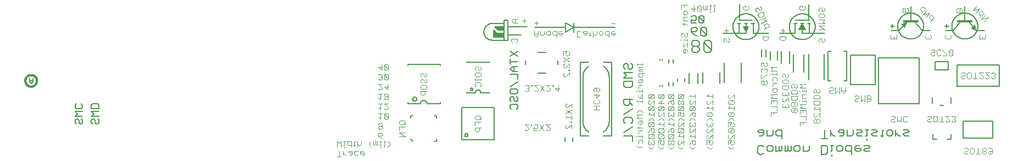
<source format=gbr>
G04 EAGLE Gerber RS-274X export*
G75*
%MOMM*%
%FSLAX34Y34*%
%LPD*%
%INSilkscreen Bottom*%
%IPPOS*%
%AMOC8*
5,1,8,0,0,1.08239X$1,22.5*%
G01*
%ADD10C,0.101600*%
%ADD11C,0.127000*%
%ADD12C,0.152400*%
%ADD13C,0.203200*%
%ADD14C,0.150000*%
%ADD15C,0.200000*%
%ADD16C,0.100000*%
%ADD17C,0.120000*%
%ADD18R,2.400000X0.300000*%
%ADD19C,0.170000*%
%ADD20C,0.160000*%
%ADD21C,0.304800*%

G36*
X749401Y195151D02*
X749401Y195151D01*
X749401Y195152D01*
X749401Y201152D01*
X749397Y201157D01*
X749396Y201157D01*
X738398Y201157D01*
X733400Y206156D01*
X733398Y206156D01*
X733397Y206157D01*
X733395Y206156D01*
X733393Y206156D01*
X733393Y206154D01*
X733391Y206152D01*
X733391Y195152D01*
X733395Y195147D01*
X733396Y195147D01*
X749396Y195147D01*
X749401Y195151D01*
G37*
G36*
X749401Y206151D02*
X749401Y206151D01*
X749401Y206152D01*
X749401Y211152D01*
X749397Y211157D01*
X749396Y211157D01*
X735396Y211157D01*
X735395Y211156D01*
X735393Y211156D01*
X735393Y211154D01*
X735391Y211153D01*
X735393Y211151D01*
X735392Y211148D01*
X740392Y206148D01*
X740395Y206148D01*
X740396Y206147D01*
X749396Y206147D01*
X749401Y206151D01*
G37*
G36*
X1367425Y209086D02*
X1367425Y209086D01*
X1367429Y209086D01*
X1367429Y209088D01*
X1367431Y209088D01*
X1371431Y219088D01*
X1371430Y219090D01*
X1371431Y219092D01*
X1371429Y219092D01*
X1371428Y219094D01*
X1371426Y219094D01*
X1371424Y219094D01*
X1361424Y214094D01*
X1361423Y214094D01*
X1361423Y214092D01*
X1361421Y214088D01*
X1361423Y214088D01*
X1361423Y214086D01*
X1367423Y209086D01*
X1367424Y209086D01*
X1367425Y209086D01*
G37*
G36*
X1214295Y207070D02*
X1214295Y207070D01*
X1214296Y207069D01*
X1214297Y207071D01*
X1214299Y207073D01*
X1214298Y207075D01*
X1214298Y207077D01*
X1209298Y215077D01*
X1209297Y215077D01*
X1209297Y215078D01*
X1209295Y215078D01*
X1209294Y215079D01*
X1209293Y215078D01*
X1209292Y215079D01*
X1209291Y215077D01*
X1209290Y215077D01*
X1204290Y207077D01*
X1204290Y207075D01*
X1204289Y207075D01*
X1204290Y207073D01*
X1204291Y207070D01*
X1204293Y207070D01*
X1204294Y207069D01*
X1214294Y207069D01*
X1214295Y207070D01*
G37*
G36*
X1477994Y205087D02*
X1477994Y205087D01*
X1477997Y205088D01*
X1477996Y205090D01*
X1477997Y205091D01*
X1475997Y214091D01*
X1475996Y214092D01*
X1475996Y214093D01*
X1475994Y214093D01*
X1475992Y214095D01*
X1475991Y214094D01*
X1475989Y214094D01*
X1468989Y208094D01*
X1468989Y208093D01*
X1468988Y208092D01*
X1468988Y208090D01*
X1468988Y208087D01*
X1468990Y208087D01*
X1468990Y208085D01*
X1477990Y205085D01*
X1477992Y205086D01*
X1477992Y205085D01*
X1477994Y205087D01*
G37*
G36*
X1122428Y203071D02*
X1122428Y203071D01*
X1122430Y203072D01*
X1126430Y211072D01*
X1126430Y211073D01*
X1126431Y211073D01*
X1126430Y211075D01*
X1126429Y211078D01*
X1126427Y211078D01*
X1126426Y211079D01*
X1118426Y211079D01*
X1118425Y211078D01*
X1118424Y211079D01*
X1118424Y211077D01*
X1118421Y211075D01*
X1118421Y211074D01*
X1118422Y211073D01*
X1118422Y211072D01*
X1122422Y203072D01*
X1122423Y203071D01*
X1122423Y203070D01*
X1122425Y203070D01*
X1122428Y203069D01*
X1122428Y203071D01*
G37*
D10*
X561853Y37076D02*
X558803Y38602D01*
X555752Y41652D01*
X555752Y44703D01*
X557277Y46228D01*
X560328Y46228D01*
X561853Y44703D01*
X561853Y43177D01*
X560328Y41652D01*
X555752Y41652D01*
X557277Y52316D02*
X555752Y53842D01*
X557277Y52316D02*
X560328Y52316D01*
X561853Y53842D01*
X561853Y55367D01*
X560328Y56892D01*
X561853Y58417D01*
X561853Y59943D01*
X560328Y61468D01*
X557277Y61468D01*
X555752Y59943D01*
X555752Y58417D01*
X557277Y56892D01*
X555752Y55367D01*
X555752Y53842D01*
X557277Y56892D02*
X560328Y56892D01*
X558803Y67556D02*
X555752Y70607D01*
X558803Y67556D02*
X558803Y76708D01*
X561853Y76708D02*
X555752Y76708D01*
X565107Y75183D02*
X565107Y69082D01*
X566632Y67556D01*
X569683Y67556D01*
X571208Y69082D01*
X571208Y75183D01*
X569683Y76708D01*
X566632Y76708D01*
X565107Y75183D01*
X571208Y69082D01*
X558803Y82796D02*
X555752Y85847D01*
X558803Y82796D02*
X558803Y91948D01*
X561853Y91948D02*
X555752Y91948D01*
X565107Y91948D02*
X571208Y91948D01*
X565107Y91948D02*
X571208Y85847D01*
X571208Y84322D01*
X569683Y82796D01*
X566632Y82796D01*
X565107Y84322D01*
X558803Y98036D02*
X555752Y101087D01*
X558803Y98036D02*
X558803Y107188D01*
X561853Y107188D02*
X555752Y107188D01*
X565107Y99562D02*
X566632Y98036D01*
X569683Y98036D01*
X571208Y99562D01*
X571208Y101087D01*
X569683Y102612D01*
X571208Y104137D01*
X571208Y105663D01*
X569683Y107188D01*
X566632Y107188D01*
X565107Y105663D01*
X565107Y104137D01*
X566632Y102612D01*
X565107Y101087D01*
X565107Y99562D01*
X566632Y102612D02*
X569683Y102612D01*
X560328Y143756D02*
X560328Y152908D01*
X555752Y148332D02*
X560328Y143756D01*
X561853Y148332D02*
X555752Y148332D01*
X565107Y151383D02*
X565107Y145282D01*
X566632Y143756D01*
X569683Y143756D01*
X571208Y145282D01*
X571208Y151383D01*
X569683Y152908D01*
X566632Y152908D01*
X565107Y151383D01*
X571208Y145282D01*
X555752Y130042D02*
X557277Y128516D01*
X560328Y128516D01*
X561853Y130042D01*
X561853Y131567D01*
X560328Y133092D01*
X558803Y133092D01*
X560328Y133092D02*
X561853Y134617D01*
X561853Y136143D01*
X560328Y137668D01*
X557277Y137668D01*
X555752Y136143D01*
X565107Y136143D02*
X565107Y130042D01*
X566632Y128516D01*
X569683Y128516D01*
X571208Y130042D01*
X571208Y136143D01*
X569683Y137668D01*
X566632Y137668D01*
X565107Y136143D01*
X571208Y130042D01*
X561853Y122428D02*
X555752Y122428D01*
X561853Y116327D01*
X561853Y114802D01*
X560328Y113276D01*
X557277Y113276D01*
X555752Y114802D01*
X569683Y113276D02*
X569683Y122428D01*
X565107Y117852D02*
X569683Y113276D01*
X571208Y117852D02*
X565107Y117852D01*
X495049Y18288D02*
X495049Y9136D01*
X498099Y9136D02*
X491998Y9136D01*
X501353Y12187D02*
X501353Y18288D01*
X501353Y15237D02*
X504404Y12187D01*
X505929Y12187D01*
X510674Y12187D02*
X513725Y12187D01*
X515250Y13712D01*
X515250Y18288D01*
X510674Y18288D01*
X509149Y16763D01*
X510674Y15237D01*
X515250Y15237D01*
X520030Y12187D02*
X524606Y12187D01*
X520030Y12187D02*
X518504Y13712D01*
X518504Y16763D01*
X520030Y18288D01*
X524606Y18288D01*
X529385Y18288D02*
X532435Y18288D01*
X529385Y18288D02*
X527860Y16763D01*
X527860Y13712D01*
X529385Y12187D01*
X532435Y12187D01*
X533961Y13712D01*
X533961Y15237D01*
X527860Y15237D01*
X491998Y24376D02*
X491998Y33528D01*
X495049Y30477D01*
X498099Y33528D01*
X498099Y24376D01*
X501353Y27427D02*
X502878Y27427D01*
X502878Y33528D01*
X501353Y33528D02*
X504404Y33528D01*
X502878Y24376D02*
X502878Y22851D01*
X513691Y24376D02*
X513691Y33528D01*
X509115Y33528D01*
X507590Y32003D01*
X507590Y28952D01*
X509115Y27427D01*
X513691Y27427D01*
X518470Y25902D02*
X518470Y32003D01*
X519996Y33528D01*
X519996Y27427D02*
X516945Y27427D01*
X523182Y24376D02*
X523182Y33528D01*
X523182Y28952D02*
X524707Y27427D01*
X527758Y27427D01*
X529283Y28952D01*
X529283Y33528D01*
X541892Y30477D02*
X544943Y33528D01*
X541892Y30477D02*
X541892Y27427D01*
X544943Y24376D01*
X548129Y27427D02*
X548129Y33528D01*
X548129Y27427D02*
X549654Y27427D01*
X551180Y28952D01*
X551180Y33528D01*
X551180Y28952D02*
X552705Y27427D01*
X554230Y28952D01*
X554230Y33528D01*
X557484Y27427D02*
X559010Y27427D01*
X559010Y33528D01*
X560535Y33528D02*
X557484Y33528D01*
X559010Y24376D02*
X559010Y22851D01*
X563721Y24376D02*
X565246Y24376D01*
X565246Y33528D01*
X563721Y33528D02*
X566772Y33528D01*
X569958Y33528D02*
X573008Y30477D01*
X573008Y27427D01*
X569958Y24376D01*
X963168Y151381D02*
X963168Y154432D01*
X963168Y152907D02*
X954016Y152907D01*
X954016Y154432D02*
X954016Y151381D01*
X957067Y148195D02*
X963168Y148195D01*
X957067Y148195D02*
X957067Y146670D01*
X958592Y145145D01*
X963168Y145145D01*
X958592Y145145D02*
X957067Y143619D01*
X958592Y142094D01*
X963168Y142094D01*
X966219Y138840D02*
X957067Y138840D01*
X957067Y134264D01*
X958592Y132739D01*
X961643Y132739D01*
X963168Y134264D01*
X963168Y138840D01*
X963168Y127960D02*
X963168Y124909D01*
X963168Y127960D02*
X961643Y129485D01*
X958592Y129485D01*
X957067Y127960D01*
X957067Y124909D01*
X958592Y123384D01*
X960117Y123384D01*
X960117Y129485D01*
X963168Y120130D02*
X957067Y120130D01*
X960117Y120130D02*
X957067Y117079D01*
X957067Y115554D01*
X957067Y112334D02*
X957067Y110808D01*
X963168Y110808D01*
X963168Y109283D02*
X963168Y112334D01*
X954016Y110808D02*
X952491Y110808D01*
X957067Y104572D02*
X957067Y101521D01*
X958592Y99996D01*
X963168Y99996D01*
X963168Y104572D01*
X961643Y106097D01*
X960117Y104572D01*
X960117Y99996D01*
X954016Y96742D02*
X954016Y95216D01*
X963168Y95216D01*
X963168Y93691D02*
X963168Y96742D01*
X960117Y81150D02*
X963168Y78099D01*
X960117Y81150D02*
X957067Y81150D01*
X954016Y78099D01*
X954016Y74913D02*
X963168Y74913D01*
X957067Y71862D02*
X954016Y74913D01*
X957067Y71862D02*
X954016Y68812D01*
X963168Y68812D01*
X963168Y64033D02*
X963168Y60982D01*
X963168Y64033D02*
X961643Y65558D01*
X958592Y65558D01*
X957067Y64033D01*
X957067Y60982D01*
X958592Y59457D01*
X960117Y59457D01*
X960117Y65558D01*
X961643Y54677D02*
X955542Y54677D01*
X961643Y54677D02*
X963168Y53152D01*
X957067Y53152D02*
X957067Y56203D01*
X957067Y49966D02*
X963168Y49966D01*
X960117Y49966D02*
X957067Y46915D01*
X957067Y45390D01*
X957067Y42170D02*
X957067Y40645D01*
X963168Y40645D01*
X963168Y42170D02*
X963168Y39119D01*
X954016Y40645D02*
X952491Y40645D01*
X957067Y34408D02*
X957067Y29832D01*
X957067Y34408D02*
X958592Y35933D01*
X961643Y35933D01*
X963168Y34408D01*
X963168Y29832D01*
X963168Y26578D02*
X960117Y23527D01*
X957067Y23527D01*
X954016Y26578D01*
X973322Y106172D02*
X979423Y106172D01*
X973322Y106172D02*
X971796Y104647D01*
X971796Y101596D01*
X973322Y100071D01*
X979423Y100071D01*
X980948Y101596D01*
X980948Y104647D01*
X979423Y106172D01*
X973322Y100071D01*
X980948Y96817D02*
X980948Y90716D01*
X980948Y96817D02*
X974847Y90716D01*
X973322Y90716D01*
X971796Y92241D01*
X971796Y95292D01*
X973322Y96817D01*
X973322Y87462D02*
X979423Y87462D01*
X973322Y87462D02*
X971796Y85936D01*
X971796Y82886D01*
X973322Y81360D01*
X979423Y81360D01*
X980948Y82886D01*
X980948Y85936D01*
X979423Y87462D01*
X973322Y81360D01*
X974847Y78106D02*
X971796Y75056D01*
X980948Y75056D01*
X980948Y78106D02*
X980948Y72005D01*
X977897Y68751D02*
X980948Y65701D01*
X977897Y68751D02*
X974847Y68751D01*
X971796Y65701D01*
X973322Y62514D02*
X979423Y62514D01*
X973322Y62514D02*
X971796Y60989D01*
X971796Y57939D01*
X973322Y56413D01*
X979423Y56413D01*
X980948Y57939D01*
X980948Y60989D01*
X979423Y62514D01*
X973322Y56413D01*
X973322Y50109D02*
X971796Y47058D01*
X973322Y50109D02*
X976372Y53159D01*
X979423Y53159D01*
X980948Y51634D01*
X980948Y48583D01*
X979423Y47058D01*
X977897Y47058D01*
X976372Y48583D01*
X976372Y53159D01*
X979423Y43804D02*
X973322Y43804D01*
X971796Y42279D01*
X971796Y39228D01*
X973322Y37703D01*
X979423Y37703D01*
X980948Y39228D01*
X980948Y42279D01*
X979423Y43804D01*
X973322Y37703D01*
X973322Y34449D02*
X971796Y32924D01*
X971796Y29873D01*
X973322Y28348D01*
X974847Y28348D01*
X976372Y29873D01*
X976372Y31398D01*
X976372Y29873D02*
X977897Y28348D01*
X979423Y28348D01*
X980948Y29873D01*
X980948Y32924D01*
X979423Y34449D01*
X980948Y25094D02*
X977897Y22043D01*
X974847Y22043D01*
X971796Y25094D01*
X988562Y106172D02*
X994663Y106172D01*
X988562Y106172D02*
X987036Y104647D01*
X987036Y101596D01*
X988562Y100071D01*
X994663Y100071D01*
X996188Y101596D01*
X996188Y104647D01*
X994663Y106172D01*
X988562Y100071D01*
X987036Y92241D02*
X996188Y92241D01*
X991612Y96817D02*
X987036Y92241D01*
X991612Y90716D02*
X991612Y96817D01*
X994663Y87462D02*
X988562Y87462D01*
X987036Y85936D01*
X987036Y82886D01*
X988562Y81360D01*
X994663Y81360D01*
X996188Y82886D01*
X996188Y85936D01*
X994663Y87462D01*
X988562Y81360D01*
X996188Y78106D02*
X996188Y72005D01*
X996188Y78106D02*
X990087Y72005D01*
X988562Y72005D01*
X987036Y73531D01*
X987036Y76581D01*
X988562Y78106D01*
X993137Y68751D02*
X996188Y65701D01*
X993137Y68751D02*
X990087Y68751D01*
X987036Y65701D01*
X990087Y62514D02*
X987036Y59464D01*
X996188Y59464D01*
X996188Y62514D02*
X996188Y56413D01*
X994663Y53159D02*
X988562Y53159D01*
X987036Y51634D01*
X987036Y48583D01*
X988562Y47058D01*
X994663Y47058D01*
X996188Y48583D01*
X996188Y51634D01*
X994663Y53159D01*
X988562Y47058D01*
X988562Y43804D02*
X994663Y43804D01*
X988562Y43804D02*
X987036Y42279D01*
X987036Y39228D01*
X988562Y37703D01*
X994663Y37703D01*
X996188Y39228D01*
X996188Y42279D01*
X994663Y43804D01*
X988562Y37703D01*
X987036Y34449D02*
X987036Y28348D01*
X987036Y34449D02*
X991612Y34449D01*
X990087Y31398D01*
X990087Y29873D01*
X991612Y28348D01*
X994663Y28348D01*
X996188Y29873D01*
X996188Y32924D01*
X994663Y34449D01*
X996188Y25094D02*
X993137Y22043D01*
X990087Y22043D01*
X987036Y25094D01*
X1003802Y106172D02*
X1009903Y106172D01*
X1003802Y106172D02*
X1002276Y104647D01*
X1002276Y101596D01*
X1003802Y100071D01*
X1009903Y100071D01*
X1011428Y101596D01*
X1011428Y104647D01*
X1009903Y106172D01*
X1003802Y100071D01*
X1003802Y93766D02*
X1002276Y90716D01*
X1003802Y93766D02*
X1006852Y96817D01*
X1009903Y96817D01*
X1011428Y95292D01*
X1011428Y92241D01*
X1009903Y90716D01*
X1008377Y90716D01*
X1006852Y92241D01*
X1006852Y96817D01*
X1009903Y87462D02*
X1003802Y87462D01*
X1002276Y85936D01*
X1002276Y82886D01*
X1003802Y81360D01*
X1009903Y81360D01*
X1011428Y82886D01*
X1011428Y85936D01*
X1009903Y87462D01*
X1003802Y81360D01*
X1003802Y78106D02*
X1002276Y76581D01*
X1002276Y73531D01*
X1003802Y72005D01*
X1005327Y72005D01*
X1006852Y73531D01*
X1006852Y75056D01*
X1006852Y73531D02*
X1008377Y72005D01*
X1009903Y72005D01*
X1011428Y73531D01*
X1011428Y76581D01*
X1009903Y78106D01*
X1008377Y68751D02*
X1011428Y65701D01*
X1008377Y68751D02*
X1005327Y68751D01*
X1002276Y65701D01*
X1005327Y62514D02*
X1002276Y59464D01*
X1011428Y59464D01*
X1011428Y62514D02*
X1011428Y56413D01*
X1003802Y50109D02*
X1002276Y47058D01*
X1003802Y50109D02*
X1006852Y53159D01*
X1009903Y53159D01*
X1011428Y51634D01*
X1011428Y48583D01*
X1009903Y47058D01*
X1008377Y47058D01*
X1006852Y48583D01*
X1006852Y53159D01*
X1009903Y43804D02*
X1003802Y43804D01*
X1002276Y42279D01*
X1002276Y39228D01*
X1003802Y37703D01*
X1009903Y37703D01*
X1011428Y39228D01*
X1011428Y42279D01*
X1009903Y43804D01*
X1003802Y37703D01*
X1003802Y34449D02*
X1002276Y32924D01*
X1002276Y29873D01*
X1003802Y28348D01*
X1005327Y28348D01*
X1006852Y29873D01*
X1008377Y28348D01*
X1009903Y28348D01*
X1011428Y29873D01*
X1011428Y32924D01*
X1009903Y34449D01*
X1008377Y34449D01*
X1006852Y32924D01*
X1005327Y34449D01*
X1003802Y34449D01*
X1006852Y32924D02*
X1006852Y29873D01*
X1011428Y25094D02*
X1008377Y22043D01*
X1005327Y22043D01*
X1002276Y25094D01*
X1019042Y106172D02*
X1025143Y106172D01*
X1019042Y106172D02*
X1017516Y104647D01*
X1017516Y101596D01*
X1019042Y100071D01*
X1025143Y100071D01*
X1026668Y101596D01*
X1026668Y104647D01*
X1025143Y106172D01*
X1019042Y100071D01*
X1019042Y96817D02*
X1017516Y95292D01*
X1017516Y92241D01*
X1019042Y90716D01*
X1020567Y90716D01*
X1022092Y92241D01*
X1023617Y90716D01*
X1025143Y90716D01*
X1026668Y92241D01*
X1026668Y95292D01*
X1025143Y96817D01*
X1023617Y96817D01*
X1022092Y95292D01*
X1020567Y96817D01*
X1019042Y96817D01*
X1022092Y95292D02*
X1022092Y92241D01*
X1025143Y87462D02*
X1019042Y87462D01*
X1017516Y85936D01*
X1017516Y82886D01*
X1019042Y81360D01*
X1025143Y81360D01*
X1026668Y82886D01*
X1026668Y85936D01*
X1025143Y87462D01*
X1019042Y81360D01*
X1017516Y78106D02*
X1017516Y72005D01*
X1017516Y78106D02*
X1022092Y78106D01*
X1020567Y75056D01*
X1020567Y73531D01*
X1022092Y72005D01*
X1025143Y72005D01*
X1026668Y73531D01*
X1026668Y76581D01*
X1025143Y78106D01*
X1023617Y68751D02*
X1026668Y65701D01*
X1023617Y68751D02*
X1020567Y68751D01*
X1017516Y65701D01*
X1026668Y62514D02*
X1026668Y56413D01*
X1026668Y62514D02*
X1020567Y56413D01*
X1019042Y56413D01*
X1017516Y57939D01*
X1017516Y60989D01*
X1019042Y62514D01*
X1019042Y53159D02*
X1025143Y53159D01*
X1019042Y53159D02*
X1017516Y51634D01*
X1017516Y48583D01*
X1019042Y47058D01*
X1025143Y47058D01*
X1026668Y48583D01*
X1026668Y51634D01*
X1025143Y53159D01*
X1019042Y47058D01*
X1020567Y43804D02*
X1017516Y40754D01*
X1026668Y40754D01*
X1026668Y43804D02*
X1026668Y37703D01*
X1026668Y34449D02*
X1026668Y28348D01*
X1026668Y34449D02*
X1020567Y28348D01*
X1019042Y28348D01*
X1017516Y29873D01*
X1017516Y32924D01*
X1019042Y34449D01*
X1026668Y25094D02*
X1023617Y22043D01*
X1020567Y22043D01*
X1017516Y25094D01*
X1035296Y103121D02*
X1038347Y106172D01*
X1035296Y103121D02*
X1044448Y103121D01*
X1044448Y100071D02*
X1044448Y106172D01*
X1044448Y96817D02*
X1044448Y90716D01*
X1044448Y96817D02*
X1038347Y90716D01*
X1036822Y90716D01*
X1035296Y92241D01*
X1035296Y95292D01*
X1036822Y96817D01*
X1036822Y87462D02*
X1042923Y87462D01*
X1036822Y87462D02*
X1035296Y85936D01*
X1035296Y82886D01*
X1036822Y81360D01*
X1042923Y81360D01*
X1044448Y82886D01*
X1044448Y85936D01*
X1042923Y87462D01*
X1036822Y81360D01*
X1036822Y75056D02*
X1035296Y72005D01*
X1036822Y75056D02*
X1039872Y78106D01*
X1042923Y78106D01*
X1044448Y76581D01*
X1044448Y73531D01*
X1042923Y72005D01*
X1041397Y72005D01*
X1039872Y73531D01*
X1039872Y78106D01*
X1041397Y68751D02*
X1044448Y65701D01*
X1041397Y68751D02*
X1038347Y68751D01*
X1035296Y65701D01*
X1036822Y62514D02*
X1035296Y60989D01*
X1035296Y57939D01*
X1036822Y56413D01*
X1038347Y56413D01*
X1039872Y57939D01*
X1039872Y59464D01*
X1039872Y57939D02*
X1041397Y56413D01*
X1042923Y56413D01*
X1044448Y57939D01*
X1044448Y60989D01*
X1042923Y62514D01*
X1044448Y53159D02*
X1044448Y47058D01*
X1044448Y53159D02*
X1038347Y47058D01*
X1036822Y47058D01*
X1035296Y48583D01*
X1035296Y51634D01*
X1036822Y53159D01*
X1038347Y43804D02*
X1035296Y40754D01*
X1044448Y40754D01*
X1044448Y43804D02*
X1044448Y37703D01*
X1036822Y31398D02*
X1035296Y28348D01*
X1036822Y31398D02*
X1039872Y34449D01*
X1042923Y34449D01*
X1044448Y32924D01*
X1044448Y29873D01*
X1042923Y28348D01*
X1041397Y28348D01*
X1039872Y29873D01*
X1039872Y34449D01*
X1044448Y25094D02*
X1041397Y22043D01*
X1038347Y22043D01*
X1035296Y25094D01*
X1062220Y103121D02*
X1065271Y106172D01*
X1062220Y103121D02*
X1071372Y103121D01*
X1071372Y100071D02*
X1071372Y106172D01*
X1071372Y96817D02*
X1071372Y90716D01*
X1071372Y96817D02*
X1065271Y90716D01*
X1063746Y90716D01*
X1062220Y92241D01*
X1062220Y95292D01*
X1063746Y96817D01*
X1065271Y87462D02*
X1062220Y84411D01*
X1071372Y84411D01*
X1071372Y87462D02*
X1071372Y81360D01*
X1069847Y78106D02*
X1063746Y78106D01*
X1062220Y76581D01*
X1062220Y73531D01*
X1063746Y72005D01*
X1069847Y72005D01*
X1071372Y73531D01*
X1071372Y76581D01*
X1069847Y78106D01*
X1063746Y72005D01*
X1068321Y68751D02*
X1071372Y65701D01*
X1068321Y68751D02*
X1065271Y68751D01*
X1062220Y65701D01*
X1063746Y62514D02*
X1062220Y60989D01*
X1062220Y57939D01*
X1063746Y56413D01*
X1065271Y56413D01*
X1066796Y57939D01*
X1066796Y59464D01*
X1066796Y57939D02*
X1068321Y56413D01*
X1069847Y56413D01*
X1071372Y57939D01*
X1071372Y60989D01*
X1069847Y62514D01*
X1071372Y53159D02*
X1071372Y47058D01*
X1071372Y53159D02*
X1065271Y47058D01*
X1063746Y47058D01*
X1062220Y48583D01*
X1062220Y51634D01*
X1063746Y53159D01*
X1071372Y43804D02*
X1071372Y37703D01*
X1071372Y43804D02*
X1065271Y37703D01*
X1063746Y37703D01*
X1062220Y39228D01*
X1062220Y42279D01*
X1063746Y43804D01*
X1062220Y34449D02*
X1062220Y28348D01*
X1062220Y34449D02*
X1066796Y34449D01*
X1065271Y31398D01*
X1065271Y29873D01*
X1066796Y28348D01*
X1069847Y28348D01*
X1071372Y29873D01*
X1071372Y32924D01*
X1069847Y34449D01*
X1071372Y25094D02*
X1068321Y22043D01*
X1065271Y22043D01*
X1062220Y25094D01*
X1104392Y100071D02*
X1104392Y106172D01*
X1098291Y100071D01*
X1096766Y100071D01*
X1095240Y101596D01*
X1095240Y104647D01*
X1096766Y106172D01*
X1096766Y96817D02*
X1102867Y96817D01*
X1096766Y96817D02*
X1095240Y95292D01*
X1095240Y92241D01*
X1096766Y90716D01*
X1102867Y90716D01*
X1104392Y92241D01*
X1104392Y95292D01*
X1102867Y96817D01*
X1096766Y90716D01*
X1098291Y87462D02*
X1095240Y84411D01*
X1104392Y84411D01*
X1104392Y87462D02*
X1104392Y81360D01*
X1102867Y78106D02*
X1096766Y78106D01*
X1095240Y76581D01*
X1095240Y73531D01*
X1096766Y72005D01*
X1102867Y72005D01*
X1104392Y73531D01*
X1104392Y76581D01*
X1102867Y78106D01*
X1096766Y72005D01*
X1101341Y68751D02*
X1104392Y65701D01*
X1101341Y68751D02*
X1098291Y68751D01*
X1095240Y65701D01*
X1095240Y62514D02*
X1095240Y56413D01*
X1095240Y62514D02*
X1099816Y62514D01*
X1098291Y59464D01*
X1098291Y57939D01*
X1099816Y56413D01*
X1102867Y56413D01*
X1104392Y57939D01*
X1104392Y60989D01*
X1102867Y62514D01*
X1102867Y53159D02*
X1096766Y53159D01*
X1095240Y51634D01*
X1095240Y48583D01*
X1096766Y47058D01*
X1102867Y47058D01*
X1104392Y48583D01*
X1104392Y51634D01*
X1102867Y53159D01*
X1096766Y47058D01*
X1104392Y43804D02*
X1104392Y37703D01*
X1104392Y43804D02*
X1098291Y37703D01*
X1096766Y37703D01*
X1095240Y39228D01*
X1095240Y42279D01*
X1096766Y43804D01*
X1095240Y34449D02*
X1095240Y28348D01*
X1095240Y34449D02*
X1099816Y34449D01*
X1098291Y31398D01*
X1098291Y29873D01*
X1099816Y28348D01*
X1102867Y28348D01*
X1104392Y29873D01*
X1104392Y32924D01*
X1102867Y34449D01*
X1104392Y25094D02*
X1101341Y22043D01*
X1098291Y22043D01*
X1095240Y25094D01*
X1458726Y130294D02*
X1460251Y131820D01*
X1458726Y130294D02*
X1455675Y130294D01*
X1454150Y131820D01*
X1454150Y133345D01*
X1455675Y134870D01*
X1458726Y134870D01*
X1460251Y136395D01*
X1460251Y137921D01*
X1458726Y139446D01*
X1455675Y139446D01*
X1454150Y137921D01*
X1465030Y130294D02*
X1468081Y130294D01*
X1465030Y130294D02*
X1463505Y131820D01*
X1463505Y137921D01*
X1465030Y139446D01*
X1468081Y139446D01*
X1469606Y137921D01*
X1469606Y131820D01*
X1468081Y130294D01*
X1475911Y130294D02*
X1475911Y139446D01*
X1472860Y130294D02*
X1478962Y130294D01*
X1482216Y139446D02*
X1488317Y139446D01*
X1482216Y139446D02*
X1488317Y133345D01*
X1488317Y131820D01*
X1486791Y130294D01*
X1483741Y130294D01*
X1482216Y131820D01*
X1491571Y139446D02*
X1497672Y139446D01*
X1491571Y139446D02*
X1497672Y133345D01*
X1497672Y131820D01*
X1496147Y130294D01*
X1493096Y130294D01*
X1491571Y131820D01*
X1500926Y131820D02*
X1502451Y130294D01*
X1505502Y130294D01*
X1507027Y131820D01*
X1507027Y133345D01*
X1505502Y134870D01*
X1503977Y134870D01*
X1505502Y134870D02*
X1507027Y136395D01*
X1507027Y137921D01*
X1505502Y139446D01*
X1502451Y139446D01*
X1500926Y137921D01*
X1464823Y14980D02*
X1463298Y13454D01*
X1460247Y13454D01*
X1458722Y14980D01*
X1458722Y16505D01*
X1460247Y18030D01*
X1463298Y18030D01*
X1464823Y19555D01*
X1464823Y21081D01*
X1463298Y22606D01*
X1460247Y22606D01*
X1458722Y21081D01*
X1469602Y13454D02*
X1472653Y13454D01*
X1469602Y13454D02*
X1468077Y14980D01*
X1468077Y21081D01*
X1469602Y22606D01*
X1472653Y22606D01*
X1474178Y21081D01*
X1474178Y14980D01*
X1472653Y13454D01*
X1480483Y13454D02*
X1480483Y22606D01*
X1477432Y13454D02*
X1483534Y13454D01*
X1486788Y14980D02*
X1488313Y13454D01*
X1491363Y13454D01*
X1492889Y14980D01*
X1492889Y16505D01*
X1491363Y18030D01*
X1492889Y19555D01*
X1492889Y21081D01*
X1491363Y22606D01*
X1488313Y22606D01*
X1486788Y21081D01*
X1486788Y19555D01*
X1488313Y18030D01*
X1486788Y16505D01*
X1486788Y14980D01*
X1488313Y18030D02*
X1491363Y18030D01*
X1496143Y21081D02*
X1497668Y22606D01*
X1500719Y22606D01*
X1502244Y21081D01*
X1502244Y14980D01*
X1500719Y13454D01*
X1497668Y13454D01*
X1496143Y14980D01*
X1496143Y16505D01*
X1497668Y18030D01*
X1502244Y18030D01*
X1411990Y166362D02*
X1413515Y167888D01*
X1411990Y166362D02*
X1408939Y166362D01*
X1407414Y167888D01*
X1407414Y169413D01*
X1408939Y170938D01*
X1411990Y170938D01*
X1413515Y172463D01*
X1413515Y173989D01*
X1411990Y175514D01*
X1408939Y175514D01*
X1407414Y173989D01*
X1421345Y166362D02*
X1422870Y167888D01*
X1421345Y166362D02*
X1418294Y166362D01*
X1416769Y167888D01*
X1416769Y173989D01*
X1418294Y175514D01*
X1421345Y175514D01*
X1422870Y173989D01*
X1426124Y166362D02*
X1432226Y166362D01*
X1432226Y167888D01*
X1426124Y173989D01*
X1426124Y175514D01*
X1435480Y173989D02*
X1435480Y167888D01*
X1437005Y166362D01*
X1440055Y166362D01*
X1441581Y167888D01*
X1441581Y173989D01*
X1440055Y175514D01*
X1437005Y175514D01*
X1435480Y173989D01*
X1441581Y167888D01*
D11*
X770255Y164967D02*
X758815Y172593D01*
X758815Y164967D02*
X770255Y172593D01*
X770255Y157086D02*
X758815Y157086D01*
X758815Y160899D02*
X758815Y153273D01*
X762629Y149205D02*
X770255Y149205D01*
X762629Y149205D02*
X758815Y145392D01*
X762629Y141579D01*
X770255Y141579D01*
X764535Y141579D02*
X764535Y149205D01*
X758815Y137511D02*
X770255Y137511D01*
X770255Y129885D01*
X770255Y125817D02*
X758815Y118191D01*
X758815Y112217D02*
X758815Y108403D01*
X758815Y112217D02*
X760722Y114123D01*
X768348Y114123D01*
X770255Y112217D01*
X770255Y108403D01*
X768348Y106497D01*
X760722Y106497D01*
X758815Y108403D01*
X758815Y96709D02*
X760722Y94803D01*
X758815Y96709D02*
X758815Y100523D01*
X760722Y102429D01*
X762629Y102429D01*
X764535Y100523D01*
X764535Y96709D01*
X766442Y94803D01*
X768348Y94803D01*
X770255Y96709D01*
X770255Y100523D01*
X768348Y102429D01*
X758815Y85015D02*
X760722Y83109D01*
X758815Y85015D02*
X758815Y88829D01*
X760722Y90735D01*
X768348Y90735D01*
X770255Y88829D01*
X770255Y85015D01*
X768348Y83109D01*
D10*
X841240Y166365D02*
X841240Y172466D01*
X845816Y172466D01*
X844291Y169415D01*
X844291Y167890D01*
X845816Y166365D01*
X848867Y166365D01*
X850392Y167890D01*
X850392Y170941D01*
X848867Y172466D01*
X841240Y163111D02*
X850392Y157010D01*
X850392Y163111D02*
X841240Y157010D01*
X842766Y153756D02*
X841240Y152230D01*
X841240Y149180D01*
X842766Y147654D01*
X844291Y147654D01*
X845816Y149180D01*
X845816Y150705D01*
X845816Y149180D02*
X847341Y147654D01*
X848867Y147654D01*
X850392Y149180D01*
X850392Y152230D01*
X848867Y153756D01*
X848867Y144400D02*
X850392Y144400D01*
X848867Y144400D02*
X848867Y142875D01*
X850392Y142875D01*
X850392Y144400D01*
X850392Y139723D02*
X850392Y133622D01*
X850392Y139723D02*
X844291Y133622D01*
X842766Y133622D01*
X841240Y135147D01*
X841240Y138198D01*
X842766Y139723D01*
X783337Y110990D02*
X781812Y112516D01*
X783337Y110990D02*
X786388Y110990D01*
X787913Y112516D01*
X787913Y114041D01*
X786388Y115566D01*
X784863Y115566D01*
X786388Y115566D02*
X787913Y117091D01*
X787913Y118617D01*
X786388Y120142D01*
X783337Y120142D01*
X781812Y118617D01*
X791167Y118617D02*
X791167Y120142D01*
X791167Y118617D02*
X792692Y118617D01*
X792692Y120142D01*
X791167Y120142D01*
X795845Y120142D02*
X801946Y120142D01*
X795845Y120142D02*
X801946Y114041D01*
X801946Y112516D01*
X800421Y110990D01*
X797370Y110990D01*
X795845Y112516D01*
X805200Y110990D02*
X811301Y120142D01*
X805200Y120142D02*
X811301Y110990D01*
X814555Y120142D02*
X820656Y120142D01*
X814555Y120142D02*
X820656Y114041D01*
X820656Y112516D01*
X819131Y110990D01*
X816080Y110990D01*
X814555Y112516D01*
X823910Y118617D02*
X823910Y120142D01*
X823910Y118617D02*
X825436Y118617D01*
X825436Y120142D01*
X823910Y120142D01*
X833164Y120142D02*
X833164Y110990D01*
X828588Y115566D01*
X834689Y115566D01*
X787405Y59182D02*
X781304Y59182D01*
X787405Y53081D01*
X787405Y51556D01*
X785880Y50030D01*
X782829Y50030D01*
X781304Y51556D01*
X790659Y57657D02*
X790659Y59182D01*
X790659Y57657D02*
X792184Y57657D01*
X792184Y59182D01*
X790659Y59182D01*
X795337Y50030D02*
X801438Y50030D01*
X795337Y50030D02*
X795337Y54606D01*
X798387Y53081D01*
X799913Y53081D01*
X801438Y54606D01*
X801438Y57657D01*
X799913Y59182D01*
X796862Y59182D01*
X795337Y57657D01*
X804692Y50030D02*
X810793Y59182D01*
X804692Y59182D02*
X810793Y50030D01*
X814047Y59182D02*
X820148Y59182D01*
X814047Y59182D02*
X820148Y53081D01*
X820148Y51556D01*
X818623Y50030D01*
X815572Y50030D01*
X814047Y51556D01*
X887222Y82042D02*
X896374Y82042D01*
X891798Y82042D02*
X891798Y88143D01*
X896374Y88143D02*
X887222Y88143D01*
X896374Y95973D02*
X894849Y97498D01*
X896374Y95973D02*
X896374Y92922D01*
X894849Y91397D01*
X888747Y91397D01*
X887222Y92922D01*
X887222Y95973D01*
X888747Y97498D01*
X887222Y105328D02*
X896374Y105328D01*
X891798Y100752D01*
X891798Y106854D01*
X888747Y110108D02*
X887222Y111633D01*
X887222Y114683D01*
X888747Y116209D01*
X894849Y116209D01*
X896374Y114683D01*
X896374Y111633D01*
X894849Y110108D01*
X893323Y110108D01*
X891798Y111633D01*
X891798Y116209D01*
X853186Y91948D02*
X853186Y85847D01*
X853186Y91948D02*
X847085Y85847D01*
X845560Y85847D01*
X844034Y87372D01*
X844034Y90423D01*
X845560Y91948D01*
X844034Y82593D02*
X853186Y76492D01*
X853186Y82593D02*
X844034Y76492D01*
X847085Y73238D02*
X844034Y70187D01*
X853186Y70187D01*
X853186Y73238D02*
X853186Y67136D01*
X853186Y63882D02*
X851661Y63882D01*
X851661Y62357D01*
X853186Y62357D01*
X853186Y63882D01*
X853186Y59205D02*
X853186Y53104D01*
X853186Y59205D02*
X847085Y53104D01*
X845560Y53104D01*
X844034Y54629D01*
X844034Y57680D01*
X845560Y59205D01*
X1145532Y150872D02*
X1147058Y149347D01*
X1145532Y150872D02*
X1145532Y153923D01*
X1147058Y155448D01*
X1148583Y155448D01*
X1150108Y153923D01*
X1150108Y150872D01*
X1151633Y149347D01*
X1153159Y149347D01*
X1154684Y150872D01*
X1154684Y153923D01*
X1153159Y155448D01*
X1145532Y141517D02*
X1147058Y139992D01*
X1145532Y141517D02*
X1145532Y144568D01*
X1147058Y146093D01*
X1153159Y146093D01*
X1154684Y144568D01*
X1154684Y141517D01*
X1153159Y139992D01*
X1145532Y136738D02*
X1145532Y130636D01*
X1147058Y130636D01*
X1153159Y136738D01*
X1154684Y136738D01*
X1153159Y127382D02*
X1154684Y125857D01*
X1154684Y122807D01*
X1153159Y121281D01*
X1147058Y121281D01*
X1145532Y122807D01*
X1145532Y125857D01*
X1147058Y127382D01*
X1148583Y127382D01*
X1150108Y125857D01*
X1150108Y121281D01*
X1178552Y133600D02*
X1180078Y132075D01*
X1178552Y133600D02*
X1178552Y136651D01*
X1180078Y138176D01*
X1181603Y138176D01*
X1183128Y136651D01*
X1183128Y133600D01*
X1184653Y132075D01*
X1186179Y132075D01*
X1187704Y133600D01*
X1187704Y136651D01*
X1186179Y138176D01*
X1178552Y127296D02*
X1178552Y124245D01*
X1178552Y127296D02*
X1180078Y128821D01*
X1186179Y128821D01*
X1187704Y127296D01*
X1187704Y124245D01*
X1186179Y122720D01*
X1180078Y122720D01*
X1178552Y124245D01*
X1178552Y119466D02*
X1187704Y119466D01*
X1187704Y114890D01*
X1186179Y113364D01*
X1180078Y113364D01*
X1178552Y114890D01*
X1178552Y119466D01*
X1180078Y110110D02*
X1178552Y108585D01*
X1178552Y105535D01*
X1180078Y104009D01*
X1181603Y104009D01*
X1183128Y105535D01*
X1183128Y107060D01*
X1183128Y105535D02*
X1184653Y104009D01*
X1186179Y104009D01*
X1187704Y105535D01*
X1187704Y108585D01*
X1186179Y110110D01*
X1187704Y100755D02*
X1187704Y94654D01*
X1187704Y100755D02*
X1181603Y94654D01*
X1180078Y94654D01*
X1178552Y96179D01*
X1178552Y99230D01*
X1180078Y100755D01*
X1180078Y91400D02*
X1178552Y89875D01*
X1178552Y86824D01*
X1180078Y85299D01*
X1181603Y85299D01*
X1183128Y86824D01*
X1183128Y88349D01*
X1183128Y86824D02*
X1184653Y85299D01*
X1186179Y85299D01*
X1187704Y86824D01*
X1187704Y89875D01*
X1186179Y91400D01*
X1169924Y148336D02*
X1160772Y148336D01*
X1163823Y145285D01*
X1160772Y142235D01*
X1169924Y142235D01*
X1163823Y138981D02*
X1163823Y137456D01*
X1169924Y137456D01*
X1169924Y138981D02*
X1169924Y135930D01*
X1160772Y137456D02*
X1159247Y137456D01*
X1163823Y131219D02*
X1163823Y126643D01*
X1163823Y131219D02*
X1165348Y132744D01*
X1168399Y132744D01*
X1169924Y131219D01*
X1169924Y126643D01*
X1169924Y123389D02*
X1163823Y123389D01*
X1166873Y123389D02*
X1163823Y120338D01*
X1163823Y118813D01*
X1169924Y114068D02*
X1169924Y111017D01*
X1168399Y109492D01*
X1165348Y109492D01*
X1163823Y111017D01*
X1163823Y114068D01*
X1165348Y115593D01*
X1168399Y115593D01*
X1169924Y114068D01*
X1169924Y106238D02*
X1160772Y106238D01*
X1163823Y103187D01*
X1160772Y100137D01*
X1169924Y100137D01*
X1160772Y96883D02*
X1160772Y90781D01*
X1160772Y96883D02*
X1169924Y96883D01*
X1169924Y90781D01*
X1165348Y93832D02*
X1165348Y96883D01*
X1160772Y87527D02*
X1169924Y87527D01*
X1169924Y81426D01*
X1169924Y78172D02*
X1160772Y78172D01*
X1160772Y72071D01*
X1165348Y75122D02*
X1165348Y78172D01*
X1194048Y115819D02*
X1192522Y117344D01*
X1192522Y120395D01*
X1194048Y121920D01*
X1195573Y121920D01*
X1197098Y120395D01*
X1197098Y117344D01*
X1198623Y115819D01*
X1200149Y115819D01*
X1201674Y117344D01*
X1201674Y120395D01*
X1200149Y121920D01*
X1192522Y111040D02*
X1192522Y107989D01*
X1192522Y111040D02*
X1194048Y112565D01*
X1200149Y112565D01*
X1201674Y111040D01*
X1201674Y107989D01*
X1200149Y106464D01*
X1194048Y106464D01*
X1192522Y107989D01*
X1192522Y103210D02*
X1201674Y103210D01*
X1201674Y98634D01*
X1200149Y97108D01*
X1194048Y97108D01*
X1192522Y98634D01*
X1192522Y103210D01*
X1194048Y93854D02*
X1192522Y92329D01*
X1192522Y89279D01*
X1194048Y87753D01*
X1195573Y87753D01*
X1197098Y89279D01*
X1198623Y87753D01*
X1200149Y87753D01*
X1201674Y89279D01*
X1201674Y92329D01*
X1200149Y93854D01*
X1198623Y93854D01*
X1197098Y92329D01*
X1195573Y93854D01*
X1194048Y93854D01*
X1197098Y92329D02*
X1197098Y89279D01*
X1200149Y84499D02*
X1194048Y84499D01*
X1192522Y82974D01*
X1192522Y79923D01*
X1194048Y78398D01*
X1200149Y78398D01*
X1201674Y79923D01*
X1201674Y82974D01*
X1200149Y84499D01*
X1194048Y78398D01*
X1226812Y109724D02*
X1228338Y108199D01*
X1226812Y109724D02*
X1226812Y112775D01*
X1228338Y114300D01*
X1229863Y114300D01*
X1231388Y112775D01*
X1231388Y109724D01*
X1232913Y108199D01*
X1234439Y108199D01*
X1235964Y109724D01*
X1235964Y112775D01*
X1234439Y114300D01*
X1226812Y103420D02*
X1226812Y100369D01*
X1226812Y103420D02*
X1228338Y104945D01*
X1234439Y104945D01*
X1235964Y103420D01*
X1235964Y100369D01*
X1234439Y98844D01*
X1228338Y98844D01*
X1226812Y100369D01*
X1226812Y95590D02*
X1235964Y95590D01*
X1235964Y91014D01*
X1234439Y89488D01*
X1228338Y89488D01*
X1226812Y91014D01*
X1226812Y95590D01*
X1229863Y86234D02*
X1226812Y83184D01*
X1235964Y83184D01*
X1235964Y86234D02*
X1235964Y80133D01*
X1235964Y76879D02*
X1235964Y70778D01*
X1235964Y76879D02*
X1229863Y70778D01*
X1228338Y70778D01*
X1226812Y72303D01*
X1226812Y75354D01*
X1228338Y76879D01*
X1228338Y67524D02*
X1226812Y65999D01*
X1226812Y62948D01*
X1228338Y61423D01*
X1229863Y61423D01*
X1231388Y62948D01*
X1232913Y61423D01*
X1234439Y61423D01*
X1235964Y62948D01*
X1235964Y65999D01*
X1234439Y67524D01*
X1232913Y67524D01*
X1231388Y65999D01*
X1229863Y67524D01*
X1228338Y67524D01*
X1231388Y65999D02*
X1231388Y62948D01*
X1255526Y107688D02*
X1257051Y109214D01*
X1255526Y107688D02*
X1252475Y107688D01*
X1250950Y109214D01*
X1250950Y110739D01*
X1252475Y112264D01*
X1255526Y112264D01*
X1257051Y113789D01*
X1257051Y115315D01*
X1255526Y116840D01*
X1252475Y116840D01*
X1250950Y115315D01*
X1260305Y116840D02*
X1260305Y107688D01*
X1263356Y110739D01*
X1266406Y107688D01*
X1266406Y116840D01*
X1269660Y116840D02*
X1269660Y110739D01*
X1272711Y107688D01*
X1275762Y110739D01*
X1275762Y116840D01*
X1275762Y112264D02*
X1269660Y112264D01*
X1294642Y94988D02*
X1296167Y96514D01*
X1294642Y94988D02*
X1291591Y94988D01*
X1290066Y96514D01*
X1290066Y98039D01*
X1291591Y99564D01*
X1294642Y99564D01*
X1296167Y101089D01*
X1296167Y102615D01*
X1294642Y104140D01*
X1291591Y104140D01*
X1290066Y102615D01*
X1299421Y104140D02*
X1299421Y94988D01*
X1302472Y98039D01*
X1305522Y94988D01*
X1305522Y104140D01*
X1308776Y104140D02*
X1308776Y94988D01*
X1313352Y94988D01*
X1314878Y96514D01*
X1314878Y98039D01*
X1313352Y99564D01*
X1314878Y101089D01*
X1314878Y102615D01*
X1313352Y104140D01*
X1308776Y104140D01*
X1308776Y99564D02*
X1313352Y99564D01*
X1350522Y63238D02*
X1352047Y64764D01*
X1350522Y63238D02*
X1347471Y63238D01*
X1345946Y64764D01*
X1345946Y66289D01*
X1347471Y67814D01*
X1350522Y67814D01*
X1352047Y69339D01*
X1352047Y70865D01*
X1350522Y72390D01*
X1347471Y72390D01*
X1345946Y70865D01*
X1355301Y72390D02*
X1355301Y63238D01*
X1358352Y66289D01*
X1361402Y63238D01*
X1361402Y72390D01*
X1369232Y63238D02*
X1370758Y64764D01*
X1369232Y63238D02*
X1366182Y63238D01*
X1364656Y64764D01*
X1364656Y70865D01*
X1366182Y72390D01*
X1369232Y72390D01*
X1370758Y70865D01*
X1406656Y63238D02*
X1408181Y64764D01*
X1406656Y63238D02*
X1403605Y63238D01*
X1402080Y64764D01*
X1402080Y66289D01*
X1403605Y67814D01*
X1406656Y67814D01*
X1408181Y69339D01*
X1408181Y70865D01*
X1406656Y72390D01*
X1403605Y72390D01*
X1402080Y70865D01*
X1412960Y63238D02*
X1416011Y63238D01*
X1412960Y63238D02*
X1411435Y64764D01*
X1411435Y70865D01*
X1412960Y72390D01*
X1416011Y72390D01*
X1417536Y70865D01*
X1417536Y64764D01*
X1416011Y63238D01*
X1423841Y63238D02*
X1423841Y72390D01*
X1420790Y63238D02*
X1426892Y63238D01*
X1430146Y72390D02*
X1436247Y72390D01*
X1430146Y72390D02*
X1436247Y66289D01*
X1436247Y64764D01*
X1434721Y63238D01*
X1431671Y63238D01*
X1430146Y64764D01*
X1439501Y64764D02*
X1441026Y63238D01*
X1444077Y63238D01*
X1445602Y64764D01*
X1445602Y66289D01*
X1444077Y67814D01*
X1442551Y67814D01*
X1444077Y67814D02*
X1445602Y69339D01*
X1445602Y70865D01*
X1444077Y72390D01*
X1441026Y72390D01*
X1439501Y70865D01*
D12*
X1149866Y15230D02*
X1147578Y12942D01*
X1143002Y12942D01*
X1140714Y15230D01*
X1140714Y24382D01*
X1143002Y26670D01*
X1147578Y26670D01*
X1149866Y24382D01*
X1157035Y26670D02*
X1161611Y26670D01*
X1163899Y24382D01*
X1163899Y19806D01*
X1161611Y17518D01*
X1157035Y17518D01*
X1154747Y19806D01*
X1154747Y24382D01*
X1157035Y26670D01*
X1168780Y26670D02*
X1168780Y17518D01*
X1171068Y17518D01*
X1173355Y19806D01*
X1173355Y26670D01*
X1173355Y19806D02*
X1175643Y17518D01*
X1177931Y19806D01*
X1177931Y26670D01*
X1182812Y26670D02*
X1182812Y17518D01*
X1185100Y17518D01*
X1187388Y19806D01*
X1187388Y26670D01*
X1187388Y19806D02*
X1189676Y17518D01*
X1191964Y19806D01*
X1191964Y26670D01*
X1199133Y26670D02*
X1203709Y26670D01*
X1205997Y24382D01*
X1205997Y19806D01*
X1203709Y17518D01*
X1199133Y17518D01*
X1196845Y19806D01*
X1196845Y24382D01*
X1199133Y26670D01*
X1210878Y26670D02*
X1210878Y17518D01*
X1217742Y17518D01*
X1220030Y19806D01*
X1220030Y26670D01*
X1238943Y26670D02*
X1238943Y12942D01*
X1238943Y26670D02*
X1245807Y26670D01*
X1248095Y24382D01*
X1248095Y15230D01*
X1245807Y12942D01*
X1238943Y12942D01*
X1252976Y17518D02*
X1255264Y17518D01*
X1255264Y26670D01*
X1252976Y26670D02*
X1257552Y26670D01*
X1255264Y12942D02*
X1255264Y10654D01*
X1264619Y26670D02*
X1269195Y26670D01*
X1271483Y24382D01*
X1271483Y19806D01*
X1269195Y17518D01*
X1264619Y17518D01*
X1262331Y19806D01*
X1262331Y24382D01*
X1264619Y26670D01*
X1285516Y26670D02*
X1285516Y12942D01*
X1285516Y26670D02*
X1278652Y26670D01*
X1276364Y24382D01*
X1276364Y19806D01*
X1278652Y17518D01*
X1285516Y17518D01*
X1292685Y26670D02*
X1297261Y26670D01*
X1292685Y26670D02*
X1290397Y24382D01*
X1290397Y19806D01*
X1292685Y17518D01*
X1297261Y17518D01*
X1299549Y19806D01*
X1299549Y22094D01*
X1290397Y22094D01*
X1304430Y26670D02*
X1311294Y26670D01*
X1313582Y24382D01*
X1311294Y22094D01*
X1306718Y22094D01*
X1304430Y19806D01*
X1306718Y17518D01*
X1313582Y17518D01*
X1147578Y41902D02*
X1143002Y41902D01*
X1147578Y41902D02*
X1149866Y44190D01*
X1149866Y51054D01*
X1143002Y51054D01*
X1140714Y48766D01*
X1143002Y46478D01*
X1149866Y46478D01*
X1154747Y51054D02*
X1154747Y41902D01*
X1161611Y41902D01*
X1163899Y44190D01*
X1163899Y51054D01*
X1177931Y51054D02*
X1177931Y37326D01*
X1177931Y51054D02*
X1171068Y51054D01*
X1168780Y48766D01*
X1168780Y44190D01*
X1171068Y41902D01*
X1177931Y41902D01*
X1243519Y37326D02*
X1243519Y51054D01*
X1238943Y37326D02*
X1248095Y37326D01*
X1252976Y41902D02*
X1252976Y51054D01*
X1252976Y46478D02*
X1257552Y41902D01*
X1259840Y41902D01*
X1266958Y41902D02*
X1271534Y41902D01*
X1273822Y44190D01*
X1273822Y51054D01*
X1266958Y51054D01*
X1264670Y48766D01*
X1266958Y46478D01*
X1273822Y46478D01*
X1278703Y51054D02*
X1278703Y41902D01*
X1285567Y41902D01*
X1287855Y44190D01*
X1287855Y51054D01*
X1292736Y51054D02*
X1299600Y51054D01*
X1301888Y48766D01*
X1299600Y46478D01*
X1295024Y46478D01*
X1292736Y44190D01*
X1295024Y41902D01*
X1301888Y41902D01*
X1306769Y41902D02*
X1309057Y41902D01*
X1309057Y51054D01*
X1311344Y51054D02*
X1306769Y51054D01*
X1309057Y37326D02*
X1309057Y35038D01*
X1316124Y51054D02*
X1322988Y51054D01*
X1325276Y48766D01*
X1322988Y46478D01*
X1318412Y46478D01*
X1316124Y44190D01*
X1318412Y41902D01*
X1325276Y41902D01*
X1332444Y39614D02*
X1332444Y48766D01*
X1334732Y51054D01*
X1334732Y41902D02*
X1330157Y41902D01*
X1341800Y51054D02*
X1346376Y51054D01*
X1348664Y48766D01*
X1348664Y44190D01*
X1346376Y41902D01*
X1341800Y41902D01*
X1339512Y44190D01*
X1339512Y48766D01*
X1341800Y51054D01*
X1353545Y51054D02*
X1353545Y41902D01*
X1358120Y41902D02*
X1353545Y46478D01*
X1358120Y41902D02*
X1360408Y41902D01*
X1365238Y51054D02*
X1372102Y51054D01*
X1374390Y48766D01*
X1372102Y46478D01*
X1367526Y46478D01*
X1365238Y44190D01*
X1367526Y41902D01*
X1374390Y41902D01*
D10*
X1032002Y244856D02*
X1022850Y244856D01*
X1022850Y238755D01*
X1027426Y241805D02*
X1027426Y244856D01*
X1032002Y233976D02*
X1032002Y230925D01*
X1030477Y229400D01*
X1027426Y229400D01*
X1025901Y230925D01*
X1025901Y233976D01*
X1027426Y235501D01*
X1030477Y235501D01*
X1032002Y233976D01*
X1032002Y226146D02*
X1025901Y226146D01*
X1025901Y221570D01*
X1027426Y220044D01*
X1032002Y220044D01*
X1030477Y215265D02*
X1024376Y215265D01*
X1030477Y215265D02*
X1032002Y213740D01*
X1025901Y213740D02*
X1025901Y216790D01*
X1022850Y196623D02*
X1024376Y195097D01*
X1022850Y196623D02*
X1022850Y199673D01*
X1024376Y201198D01*
X1025901Y201198D01*
X1027426Y199673D01*
X1027426Y196623D01*
X1028951Y195097D01*
X1030477Y195097D01*
X1032002Y196623D01*
X1032002Y199673D01*
X1030477Y201198D01*
X1025901Y191843D02*
X1025901Y190318D01*
X1032002Y190318D01*
X1032002Y191843D02*
X1032002Y188793D01*
X1022850Y190318D02*
X1021325Y190318D01*
X1025901Y185607D02*
X1025901Y179505D01*
X1032002Y185607D01*
X1032002Y179505D01*
X1032002Y174726D02*
X1032002Y171675D01*
X1032002Y174726D02*
X1030477Y176251D01*
X1027426Y176251D01*
X1025901Y174726D01*
X1025901Y171675D01*
X1027426Y170150D01*
X1028951Y170150D01*
X1028951Y176251D01*
X1042674Y234434D02*
X1042674Y243586D01*
X1038098Y239010D02*
X1042674Y234434D01*
X1044199Y239010D02*
X1038098Y239010D01*
X1047453Y242061D02*
X1047453Y235960D01*
X1048978Y234434D01*
X1052029Y234434D01*
X1053554Y235960D01*
X1053554Y242061D01*
X1052029Y243586D01*
X1048978Y243586D01*
X1047453Y242061D01*
X1053554Y235960D01*
X1056808Y237485D02*
X1056808Y243586D01*
X1056808Y237485D02*
X1058334Y237485D01*
X1059859Y239010D01*
X1059859Y243586D01*
X1059859Y239010D02*
X1061384Y237485D01*
X1062910Y239010D01*
X1062910Y243586D01*
X1066164Y237485D02*
X1067689Y237485D01*
X1067689Y243586D01*
X1066164Y243586D02*
X1069214Y243586D01*
X1067689Y234434D02*
X1067689Y232909D01*
X1072400Y234434D02*
X1073926Y234434D01*
X1073926Y243586D01*
X1075451Y243586D02*
X1072400Y243586D01*
D11*
X1045852Y216525D02*
X1038225Y216525D01*
X1038225Y222245D01*
X1042038Y220339D01*
X1043945Y220339D01*
X1045852Y222245D01*
X1045852Y226058D01*
X1043945Y227965D01*
X1040132Y227965D01*
X1038225Y226058D01*
X1049919Y226058D02*
X1049919Y218432D01*
X1051826Y216525D01*
X1055639Y216525D01*
X1057545Y218432D01*
X1057545Y226058D01*
X1055639Y227965D01*
X1051826Y227965D01*
X1049919Y226058D01*
X1057545Y218432D01*
D12*
X1047504Y196330D02*
X1042928Y198618D01*
X1038352Y203194D01*
X1038352Y207770D01*
X1040640Y210058D01*
X1045216Y210058D01*
X1047504Y207770D01*
X1047504Y205482D01*
X1045216Y203194D01*
X1038352Y203194D01*
X1052385Y207770D02*
X1052385Y198618D01*
X1054673Y196330D01*
X1059249Y196330D01*
X1061537Y198618D01*
X1061537Y207770D01*
X1059249Y210058D01*
X1054673Y210058D01*
X1052385Y207770D01*
X1061537Y198618D01*
D13*
X1038606Y174231D02*
X1041657Y171180D01*
X1047758Y171180D01*
X1050808Y174231D01*
X1050808Y177282D01*
X1047758Y180332D01*
X1050808Y183383D01*
X1050808Y186433D01*
X1047758Y189484D01*
X1041657Y189484D01*
X1038606Y186433D01*
X1038606Y183383D01*
X1041657Y180332D01*
X1038606Y177282D01*
X1038606Y174231D01*
X1041657Y180332D02*
X1047758Y180332D01*
X1057316Y186433D02*
X1057316Y174231D01*
X1060367Y171180D01*
X1066468Y171180D01*
X1069519Y174231D01*
X1069519Y186433D01*
X1066468Y189484D01*
X1060367Y189484D01*
X1057316Y186433D01*
X1069519Y174231D01*
D10*
X622548Y133091D02*
X621022Y134616D01*
X621022Y137667D01*
X622548Y139192D01*
X624073Y139192D01*
X625598Y137667D01*
X625598Y134616D01*
X627123Y133091D01*
X628649Y133091D01*
X630174Y134616D01*
X630174Y137667D01*
X628649Y139192D01*
X621022Y125261D02*
X622548Y123736D01*
X621022Y125261D02*
X621022Y128312D01*
X622548Y129837D01*
X624073Y129837D01*
X625598Y128312D01*
X625598Y125261D01*
X627123Y123736D01*
X628649Y123736D01*
X630174Y125261D01*
X630174Y128312D01*
X628649Y129837D01*
X621022Y118956D02*
X621022Y115906D01*
X621022Y118956D02*
X622548Y120482D01*
X628649Y120482D01*
X630174Y118956D01*
X630174Y115906D01*
X628649Y114380D01*
X622548Y114380D01*
X621022Y115906D01*
X621022Y111126D02*
X630174Y111126D01*
X621022Y111126D02*
X621022Y106551D01*
X622548Y105025D01*
X625598Y105025D01*
X627123Y106551D01*
X627123Y111126D01*
X704842Y144776D02*
X706368Y143251D01*
X704842Y144776D02*
X704842Y147827D01*
X706368Y149352D01*
X707893Y149352D01*
X709418Y147827D01*
X709418Y144776D01*
X710943Y143251D01*
X712469Y143251D01*
X713994Y144776D01*
X713994Y147827D01*
X712469Y149352D01*
X704842Y138472D02*
X704842Y135421D01*
X704842Y138472D02*
X706368Y139997D01*
X712469Y139997D01*
X713994Y138472D01*
X713994Y135421D01*
X712469Y133896D01*
X706368Y133896D01*
X704842Y135421D01*
X713994Y130642D02*
X713994Y127591D01*
X713994Y129116D02*
X704842Y129116D01*
X704842Y127591D02*
X704842Y130642D01*
X704842Y119829D02*
X706368Y118304D01*
X704842Y119829D02*
X704842Y122880D01*
X706368Y124405D01*
X712469Y124405D01*
X713994Y122880D01*
X713994Y119829D01*
X712469Y118304D01*
X712469Y73152D02*
X706368Y73152D01*
X704842Y71627D01*
X704842Y68576D01*
X706368Y67051D01*
X712469Y67051D01*
X713994Y68576D01*
X713994Y71627D01*
X712469Y73152D01*
X710943Y70101D02*
X713994Y67051D01*
X713994Y63797D02*
X704842Y63797D01*
X704842Y57696D01*
X709418Y60746D02*
X709418Y63797D01*
X713994Y54442D02*
X704842Y54442D01*
X704842Y49866D01*
X706368Y48340D01*
X709418Y48340D01*
X710943Y49866D01*
X710943Y54442D01*
X595629Y65532D02*
X589528Y65532D01*
X588002Y64007D01*
X588002Y60956D01*
X589528Y59431D01*
X595629Y59431D01*
X597154Y60956D01*
X597154Y64007D01*
X595629Y65532D01*
X594103Y62481D02*
X597154Y59431D01*
X597154Y56177D02*
X588002Y56177D01*
X588002Y50076D01*
X592578Y53126D02*
X592578Y56177D01*
X597154Y46822D02*
X588002Y46822D01*
X597154Y40720D01*
X588002Y40720D01*
D12*
X933946Y147314D02*
X936234Y145026D01*
X933946Y147314D02*
X933946Y151890D01*
X936234Y154178D01*
X938522Y154178D01*
X940810Y151890D01*
X940810Y147314D01*
X943098Y145026D01*
X945386Y145026D01*
X947674Y147314D01*
X947674Y151890D01*
X945386Y154178D01*
X947674Y140145D02*
X933946Y140145D01*
X938522Y135569D01*
X933946Y130993D01*
X947674Y130993D01*
X947674Y126112D02*
X933946Y126112D01*
X947674Y126112D02*
X947674Y119249D01*
X945386Y116961D01*
X936234Y116961D01*
X933946Y119249D01*
X933946Y126112D01*
X933946Y98047D02*
X947674Y98047D01*
X933946Y98047D02*
X933946Y91183D01*
X936234Y88895D01*
X940810Y88895D01*
X943098Y91183D01*
X943098Y98047D01*
X943098Y93471D02*
X947674Y88895D01*
X947674Y84014D02*
X933946Y74862D01*
X933946Y63117D02*
X936234Y60830D01*
X933946Y63117D02*
X933946Y67693D01*
X936234Y69981D01*
X945386Y69981D01*
X947674Y67693D01*
X947674Y63117D01*
X945386Y60830D01*
X947674Y55949D02*
X933946Y46797D01*
X933946Y41916D02*
X947674Y41916D01*
X947674Y32764D01*
D10*
X1205730Y121920D02*
X1214882Y121920D01*
X1208781Y118869D02*
X1205730Y121920D01*
X1208781Y118869D02*
X1205730Y115819D01*
X1214882Y115819D01*
X1208781Y112565D02*
X1208781Y111040D01*
X1214882Y111040D01*
X1214882Y112565D02*
X1214882Y109514D01*
X1205730Y111040D02*
X1204205Y111040D01*
X1208781Y106328D02*
X1214882Y106328D01*
X1208781Y106328D02*
X1208781Y101752D01*
X1210306Y100227D01*
X1214882Y100227D01*
X1208781Y96973D02*
X1208781Y95448D01*
X1214882Y95448D01*
X1214882Y96973D02*
X1214882Y93922D01*
X1205730Y95448D02*
X1204205Y95448D01*
X1205730Y90736D02*
X1214882Y90736D01*
X1208781Y87685D02*
X1205730Y90736D01*
X1208781Y87685D02*
X1205730Y84635D01*
X1214882Y84635D01*
X1205730Y81381D02*
X1205730Y75280D01*
X1205730Y81381D02*
X1214882Y81381D01*
X1214882Y75280D01*
X1210306Y78330D02*
X1210306Y81381D01*
X1205730Y72026D02*
X1214882Y72026D01*
X1214882Y65925D01*
X1214882Y62671D02*
X1205730Y62671D01*
X1205730Y56569D01*
X1210306Y59620D02*
X1210306Y62671D01*
D14*
X989616Y118380D02*
X989616Y120380D01*
X993616Y120380D02*
X993616Y118380D01*
X1003356Y119928D02*
X1003356Y124928D01*
X1010356Y124928D02*
X1010356Y119928D01*
X1016596Y126270D02*
X1016596Y130270D01*
X1027596Y130270D02*
X1027596Y126270D01*
X1034654Y122810D02*
X1034654Y138810D01*
X1048654Y138810D02*
X1048654Y122810D01*
X1081832Y123826D02*
X1081832Y139826D01*
X1055832Y139826D02*
X1055832Y123826D01*
X1089106Y124700D02*
X1089106Y154700D01*
X1115106Y154700D02*
X1115106Y124700D01*
X1513078Y118364D02*
X1513078Y151384D01*
X1447546Y151384D01*
X1447546Y118364D01*
X1513078Y118364D01*
X1503312Y64054D02*
X1503312Y38054D01*
X1503312Y64054D02*
X1457312Y64054D01*
X1457312Y38054D01*
X1503312Y38054D01*
X1438656Y92480D02*
X1438656Y101068D01*
X1410208Y101068D02*
X1410208Y92480D01*
X1421748Y88670D02*
X1427116Y88670D01*
X1416432Y36434D02*
X1410432Y36434D01*
X1410432Y44434D01*
X1432432Y36434D02*
X1438432Y36434D01*
X1438432Y44434D01*
X1434432Y143864D02*
X1434432Y156364D01*
X1414432Y156364D02*
X1414432Y143864D01*
X1414432Y156364D02*
X1434432Y156364D01*
X1434432Y143864D02*
X1414432Y143864D01*
X813720Y171194D02*
X801720Y171194D01*
X782720Y158194D02*
X782720Y152194D01*
X801720Y139194D02*
X813720Y139194D01*
X832720Y152194D02*
X832720Y158194D01*
X870965Y133096D02*
X870971Y133590D01*
X870989Y134084D01*
X871019Y134578D01*
X871061Y135071D01*
X871115Y135562D01*
X871181Y136052D01*
X871259Y136541D01*
X871349Y137027D01*
X871451Y137511D01*
X871564Y137992D01*
X871689Y138471D01*
X871825Y138946D01*
X871974Y139418D01*
X872133Y139886D01*
X872304Y140350D01*
X872486Y140809D01*
X872679Y141265D01*
X872884Y141715D01*
X873099Y142160D01*
X873325Y142600D01*
X873562Y143034D01*
X873809Y143462D01*
X874066Y143885D01*
X874334Y144300D01*
X874611Y144710D01*
X874899Y145112D01*
X875196Y145507D01*
X875503Y145895D01*
X875819Y146275D01*
X876144Y146648D01*
X876479Y147012D01*
X876822Y147368D01*
X877173Y147716D01*
X877533Y148055D01*
X877901Y148385D01*
X878277Y148706D01*
X878661Y149018D01*
X879052Y149321D01*
X879451Y149614D01*
X879856Y149897D01*
X879856Y41656D02*
X867156Y41656D01*
X867156Y155956D01*
X879856Y155956D01*
X870966Y64516D02*
X870972Y64022D01*
X870990Y63528D01*
X871020Y63034D01*
X871062Y62542D01*
X871116Y62050D01*
X871182Y61560D01*
X871260Y61072D01*
X871350Y60585D01*
X871451Y60102D01*
X871565Y59620D01*
X871690Y59142D01*
X871826Y58667D01*
X871974Y58195D01*
X872134Y57727D01*
X872305Y57263D01*
X872487Y56803D01*
X872680Y56348D01*
X872884Y55897D01*
X873099Y55452D01*
X873325Y55012D01*
X873562Y54578D01*
X873809Y54150D01*
X874066Y53728D01*
X874334Y53312D01*
X874612Y52903D01*
X874899Y52500D01*
X875196Y52105D01*
X875503Y51717D01*
X875819Y51337D01*
X876145Y50965D01*
X876479Y50600D01*
X876822Y50244D01*
X877173Y49896D01*
X877533Y49557D01*
X877901Y49227D01*
X878277Y48906D01*
X878661Y48594D01*
X879052Y48291D01*
X879451Y47999D01*
X879856Y47715D01*
X911606Y64516D02*
X911606Y133096D01*
X915416Y155956D02*
X915416Y41656D01*
X915416Y155956D02*
X902716Y155956D01*
X902716Y41656D02*
X915416Y41656D01*
X902715Y47716D02*
X903120Y47999D01*
X903519Y48292D01*
X903910Y48594D01*
X904294Y48906D01*
X904670Y49227D01*
X905038Y49557D01*
X905398Y49896D01*
X905749Y50244D01*
X906092Y50600D01*
X906427Y50965D01*
X906752Y51337D01*
X907068Y51717D01*
X907375Y52105D01*
X907672Y52500D01*
X907960Y52903D01*
X908237Y53312D01*
X908505Y53727D01*
X908762Y54150D01*
X909009Y54578D01*
X909246Y55012D01*
X909472Y55452D01*
X909687Y55897D01*
X909891Y56347D01*
X910085Y56803D01*
X910267Y57262D01*
X910438Y57726D01*
X910597Y58194D01*
X910745Y58666D01*
X910882Y59141D01*
X911007Y59620D01*
X911120Y60101D01*
X911222Y60585D01*
X911312Y61071D01*
X911390Y61559D01*
X911456Y62049D01*
X911510Y62541D01*
X911552Y63034D01*
X911582Y63527D01*
X911600Y64021D01*
X911606Y64516D01*
X911606Y133096D02*
X911600Y133590D01*
X911582Y134084D01*
X911552Y134578D01*
X911510Y135070D01*
X911456Y135562D01*
X911390Y136052D01*
X911312Y136540D01*
X911222Y137027D01*
X911121Y137510D01*
X911007Y137992D01*
X910882Y138470D01*
X910746Y138945D01*
X910598Y139417D01*
X910438Y139885D01*
X910267Y140349D01*
X910085Y140809D01*
X909892Y141264D01*
X909688Y141715D01*
X909473Y142160D01*
X909247Y142600D01*
X909010Y143034D01*
X908763Y143462D01*
X908506Y143884D01*
X908238Y144300D01*
X907960Y144709D01*
X907673Y145112D01*
X907376Y145507D01*
X907069Y145895D01*
X906753Y146275D01*
X906427Y146647D01*
X906093Y147012D01*
X905750Y147368D01*
X905399Y147716D01*
X905039Y148055D01*
X904671Y148385D01*
X904295Y148706D01*
X903911Y149018D01*
X903520Y149321D01*
X903121Y149613D01*
X902716Y149897D01*
X870966Y133096D02*
X870966Y64516D01*
D11*
X843630Y39068D02*
X843630Y33068D01*
X855630Y33068D02*
X855630Y39068D01*
D14*
X1159852Y159616D02*
X1159852Y172616D01*
X1170852Y172616D02*
X1170852Y159616D01*
X1146612Y164172D02*
X1146612Y175172D01*
X1153612Y175172D02*
X1153612Y164172D01*
D12*
X1273396Y127114D02*
X1277896Y127114D01*
X1277896Y173114D01*
X1273396Y173114D01*
X1253396Y173114D02*
X1248896Y173114D01*
X1248896Y127114D01*
X1253396Y127114D01*
X1283462Y121412D02*
X1283462Y166624D01*
X1321562Y166624D02*
X1321562Y121412D01*
X1321562Y166628D02*
X1283462Y166628D01*
X1283462Y121408D02*
X1321562Y121408D01*
X1327088Y91648D02*
X1327088Y162860D01*
X1389188Y162860D02*
X1389188Y91648D01*
X1389188Y162860D02*
X1327088Y162860D01*
X1327088Y91648D02*
X1389188Y91648D01*
X1243392Y128844D02*
X1243392Y168844D01*
X1219392Y168844D02*
X1219392Y128844D01*
D14*
X1189632Y154576D02*
X1189632Y158576D01*
X1189632Y172576D01*
X1176632Y158576D02*
X1176632Y154576D01*
X1176632Y158576D02*
X1176632Y172576D01*
D12*
X1195578Y167386D02*
X1195578Y140970D01*
X1211326Y140970D02*
X1211326Y167386D01*
D14*
X1189294Y211074D02*
X1189300Y211565D01*
X1189318Y212055D01*
X1189348Y212545D01*
X1189390Y213034D01*
X1189444Y213522D01*
X1189510Y214009D01*
X1189588Y214493D01*
X1189678Y214976D01*
X1189780Y215456D01*
X1189893Y215934D01*
X1190018Y216408D01*
X1190155Y216880D01*
X1190303Y217348D01*
X1190463Y217812D01*
X1190634Y218272D01*
X1190816Y218728D01*
X1191010Y219179D01*
X1191214Y219625D01*
X1191430Y220066D01*
X1191656Y220502D01*
X1191892Y220932D01*
X1192139Y221356D01*
X1192397Y221774D01*
X1192665Y222185D01*
X1192942Y222590D01*
X1193230Y222988D01*
X1193527Y223379D01*
X1193834Y223762D01*
X1194150Y224137D01*
X1194475Y224505D01*
X1194809Y224865D01*
X1195152Y225216D01*
X1195503Y225559D01*
X1195863Y225893D01*
X1196231Y226218D01*
X1196606Y226534D01*
X1196989Y226841D01*
X1197380Y227138D01*
X1197778Y227426D01*
X1198183Y227703D01*
X1198594Y227971D01*
X1199012Y228229D01*
X1199436Y228476D01*
X1199866Y228712D01*
X1200302Y228938D01*
X1200743Y229154D01*
X1201189Y229358D01*
X1201640Y229552D01*
X1202096Y229734D01*
X1202556Y229905D01*
X1203020Y230065D01*
X1203488Y230213D01*
X1203960Y230350D01*
X1204434Y230475D01*
X1204912Y230588D01*
X1205392Y230690D01*
X1205875Y230780D01*
X1206359Y230858D01*
X1206846Y230924D01*
X1207334Y230978D01*
X1207823Y231020D01*
X1208313Y231050D01*
X1208803Y231068D01*
X1209294Y231074D01*
X1209785Y231068D01*
X1210275Y231050D01*
X1210765Y231020D01*
X1211254Y230978D01*
X1211742Y230924D01*
X1212229Y230858D01*
X1212713Y230780D01*
X1213196Y230690D01*
X1213676Y230588D01*
X1214154Y230475D01*
X1214628Y230350D01*
X1215100Y230213D01*
X1215568Y230065D01*
X1216032Y229905D01*
X1216492Y229734D01*
X1216948Y229552D01*
X1217399Y229358D01*
X1217845Y229154D01*
X1218286Y228938D01*
X1218722Y228712D01*
X1219152Y228476D01*
X1219576Y228229D01*
X1219994Y227971D01*
X1220405Y227703D01*
X1220810Y227426D01*
X1221208Y227138D01*
X1221599Y226841D01*
X1221982Y226534D01*
X1222357Y226218D01*
X1222725Y225893D01*
X1223085Y225559D01*
X1223436Y225216D01*
X1223779Y224865D01*
X1224113Y224505D01*
X1224438Y224137D01*
X1224754Y223762D01*
X1225061Y223379D01*
X1225358Y222988D01*
X1225646Y222590D01*
X1225923Y222185D01*
X1226191Y221774D01*
X1226449Y221356D01*
X1226696Y220932D01*
X1226932Y220502D01*
X1227158Y220066D01*
X1227374Y219625D01*
X1227578Y219179D01*
X1227772Y218728D01*
X1227954Y218272D01*
X1228125Y217812D01*
X1228285Y217348D01*
X1228433Y216880D01*
X1228570Y216408D01*
X1228695Y215934D01*
X1228808Y215456D01*
X1228910Y214976D01*
X1229000Y214493D01*
X1229078Y214009D01*
X1229144Y213522D01*
X1229198Y213034D01*
X1229240Y212545D01*
X1229270Y212055D01*
X1229288Y211565D01*
X1229294Y211074D01*
X1229288Y210583D01*
X1229270Y210093D01*
X1229240Y209603D01*
X1229198Y209114D01*
X1229144Y208626D01*
X1229078Y208139D01*
X1229000Y207655D01*
X1228910Y207172D01*
X1228808Y206692D01*
X1228695Y206214D01*
X1228570Y205740D01*
X1228433Y205268D01*
X1228285Y204800D01*
X1228125Y204336D01*
X1227954Y203876D01*
X1227772Y203420D01*
X1227578Y202969D01*
X1227374Y202523D01*
X1227158Y202082D01*
X1226932Y201646D01*
X1226696Y201216D01*
X1226449Y200792D01*
X1226191Y200374D01*
X1225923Y199963D01*
X1225646Y199558D01*
X1225358Y199160D01*
X1225061Y198769D01*
X1224754Y198386D01*
X1224438Y198011D01*
X1224113Y197643D01*
X1223779Y197283D01*
X1223436Y196932D01*
X1223085Y196589D01*
X1222725Y196255D01*
X1222357Y195930D01*
X1221982Y195614D01*
X1221599Y195307D01*
X1221208Y195010D01*
X1220810Y194722D01*
X1220405Y194445D01*
X1219994Y194177D01*
X1219576Y193919D01*
X1219152Y193672D01*
X1218722Y193436D01*
X1218286Y193210D01*
X1217845Y192994D01*
X1217399Y192790D01*
X1216948Y192596D01*
X1216492Y192414D01*
X1216032Y192243D01*
X1215568Y192083D01*
X1215100Y191935D01*
X1214628Y191798D01*
X1214154Y191673D01*
X1213676Y191560D01*
X1213196Y191458D01*
X1212713Y191368D01*
X1212229Y191290D01*
X1211742Y191224D01*
X1211254Y191170D01*
X1210765Y191128D01*
X1210275Y191098D01*
X1209785Y191080D01*
X1209294Y191074D01*
X1208803Y191080D01*
X1208313Y191098D01*
X1207823Y191128D01*
X1207334Y191170D01*
X1206846Y191224D01*
X1206359Y191290D01*
X1205875Y191368D01*
X1205392Y191458D01*
X1204912Y191560D01*
X1204434Y191673D01*
X1203960Y191798D01*
X1203488Y191935D01*
X1203020Y192083D01*
X1202556Y192243D01*
X1202096Y192414D01*
X1201640Y192596D01*
X1201189Y192790D01*
X1200743Y192994D01*
X1200302Y193210D01*
X1199866Y193436D01*
X1199436Y193672D01*
X1199012Y193919D01*
X1198594Y194177D01*
X1198183Y194445D01*
X1197778Y194722D01*
X1197380Y195010D01*
X1196989Y195307D01*
X1196606Y195614D01*
X1196231Y195930D01*
X1195863Y196255D01*
X1195503Y196589D01*
X1195152Y196932D01*
X1194809Y197283D01*
X1194475Y197643D01*
X1194150Y198011D01*
X1193834Y198386D01*
X1193527Y198769D01*
X1193230Y199160D01*
X1192942Y199558D01*
X1192665Y199963D01*
X1192397Y200374D01*
X1192139Y200792D01*
X1191892Y201216D01*
X1191656Y201646D01*
X1191430Y202082D01*
X1191214Y202523D01*
X1191010Y202969D01*
X1190816Y203420D01*
X1190634Y203876D01*
X1190463Y204336D01*
X1190303Y204800D01*
X1190155Y205268D01*
X1190018Y205740D01*
X1189893Y206214D01*
X1189780Y206692D01*
X1189678Y207172D01*
X1189588Y207655D01*
X1189510Y208139D01*
X1189444Y208626D01*
X1189390Y209114D01*
X1189348Y209603D01*
X1189318Y210093D01*
X1189300Y210583D01*
X1189294Y211074D01*
X1219294Y221074D02*
X1219294Y246074D01*
D15*
X1219294Y221074D02*
X1199294Y221074D01*
X1220294Y216074D02*
X1222294Y216074D01*
X1220294Y216074D02*
X1217294Y216074D01*
X1211794Y216074D02*
X1209294Y216074D01*
X1206794Y216074D01*
X1201294Y216074D02*
X1198294Y216074D01*
X1196294Y216074D01*
X1209294Y216074D02*
X1209294Y215074D01*
D14*
X1204294Y207074D01*
X1209294Y207074D01*
X1214294Y207074D01*
X1209294Y215074D01*
X1209294Y207074D02*
X1209294Y201074D01*
X1220294Y201074D01*
X1244294Y201074D01*
X1220294Y201074D02*
X1220294Y216074D01*
X1198294Y216074D02*
X1198294Y201074D01*
X1174294Y201074D01*
D10*
X1213794Y241803D02*
X1212269Y243328D01*
X1213794Y241803D02*
X1213794Y238752D01*
X1212269Y237227D01*
X1206167Y237227D01*
X1204642Y238752D01*
X1204642Y241803D01*
X1206167Y243328D01*
X1209218Y243328D01*
X1209218Y240277D01*
X1242269Y193328D02*
X1243794Y191803D01*
X1243794Y188752D01*
X1242269Y187227D01*
X1240743Y187227D01*
X1239218Y188752D01*
X1239218Y191803D01*
X1237693Y193328D01*
X1236167Y193328D01*
X1234642Y191803D01*
X1234642Y188752D01*
X1236167Y187227D01*
X1179218Y202227D02*
X1179218Y208328D01*
X1182269Y205277D02*
X1176167Y205277D01*
X1234802Y206582D02*
X1243954Y206582D01*
X1234802Y212683D01*
X1243954Y212683D01*
X1243954Y215937D02*
X1234802Y215937D01*
X1240903Y218988D02*
X1243954Y215937D01*
X1240903Y218988D02*
X1243954Y222038D01*
X1234802Y222038D01*
X1243954Y226818D02*
X1243954Y229868D01*
X1243954Y226818D02*
X1242429Y225292D01*
X1236327Y225292D01*
X1234802Y226818D01*
X1234802Y229868D01*
X1236327Y231394D01*
X1242429Y231394D01*
X1243954Y229868D01*
X1243954Y239223D02*
X1242429Y240749D01*
X1243954Y239223D02*
X1243954Y236173D01*
X1242429Y234648D01*
X1240903Y234648D01*
X1239378Y236173D01*
X1239378Y239223D01*
X1237853Y240749D01*
X1236327Y240749D01*
X1234802Y239223D01*
X1234802Y236173D01*
X1236327Y234648D01*
D16*
X1183794Y195574D02*
X1174794Y195574D01*
X1174794Y192074D01*
X1177294Y189574D01*
X1181294Y189574D01*
X1183794Y192074D01*
X1183794Y195574D01*
D14*
X1102426Y211074D02*
X1102432Y211565D01*
X1102450Y212055D01*
X1102480Y212545D01*
X1102522Y213034D01*
X1102576Y213522D01*
X1102642Y214009D01*
X1102720Y214493D01*
X1102810Y214976D01*
X1102912Y215456D01*
X1103025Y215934D01*
X1103150Y216408D01*
X1103287Y216880D01*
X1103435Y217348D01*
X1103595Y217812D01*
X1103766Y218272D01*
X1103948Y218728D01*
X1104142Y219179D01*
X1104346Y219625D01*
X1104562Y220066D01*
X1104788Y220502D01*
X1105024Y220932D01*
X1105271Y221356D01*
X1105529Y221774D01*
X1105797Y222185D01*
X1106074Y222590D01*
X1106362Y222988D01*
X1106659Y223379D01*
X1106966Y223762D01*
X1107282Y224137D01*
X1107607Y224505D01*
X1107941Y224865D01*
X1108284Y225216D01*
X1108635Y225559D01*
X1108995Y225893D01*
X1109363Y226218D01*
X1109738Y226534D01*
X1110121Y226841D01*
X1110512Y227138D01*
X1110910Y227426D01*
X1111315Y227703D01*
X1111726Y227971D01*
X1112144Y228229D01*
X1112568Y228476D01*
X1112998Y228712D01*
X1113434Y228938D01*
X1113875Y229154D01*
X1114321Y229358D01*
X1114772Y229552D01*
X1115228Y229734D01*
X1115688Y229905D01*
X1116152Y230065D01*
X1116620Y230213D01*
X1117092Y230350D01*
X1117566Y230475D01*
X1118044Y230588D01*
X1118524Y230690D01*
X1119007Y230780D01*
X1119491Y230858D01*
X1119978Y230924D01*
X1120466Y230978D01*
X1120955Y231020D01*
X1121445Y231050D01*
X1121935Y231068D01*
X1122426Y231074D01*
X1122917Y231068D01*
X1123407Y231050D01*
X1123897Y231020D01*
X1124386Y230978D01*
X1124874Y230924D01*
X1125361Y230858D01*
X1125845Y230780D01*
X1126328Y230690D01*
X1126808Y230588D01*
X1127286Y230475D01*
X1127760Y230350D01*
X1128232Y230213D01*
X1128700Y230065D01*
X1129164Y229905D01*
X1129624Y229734D01*
X1130080Y229552D01*
X1130531Y229358D01*
X1130977Y229154D01*
X1131418Y228938D01*
X1131854Y228712D01*
X1132284Y228476D01*
X1132708Y228229D01*
X1133126Y227971D01*
X1133537Y227703D01*
X1133942Y227426D01*
X1134340Y227138D01*
X1134731Y226841D01*
X1135114Y226534D01*
X1135489Y226218D01*
X1135857Y225893D01*
X1136217Y225559D01*
X1136568Y225216D01*
X1136911Y224865D01*
X1137245Y224505D01*
X1137570Y224137D01*
X1137886Y223762D01*
X1138193Y223379D01*
X1138490Y222988D01*
X1138778Y222590D01*
X1139055Y222185D01*
X1139323Y221774D01*
X1139581Y221356D01*
X1139828Y220932D01*
X1140064Y220502D01*
X1140290Y220066D01*
X1140506Y219625D01*
X1140710Y219179D01*
X1140904Y218728D01*
X1141086Y218272D01*
X1141257Y217812D01*
X1141417Y217348D01*
X1141565Y216880D01*
X1141702Y216408D01*
X1141827Y215934D01*
X1141940Y215456D01*
X1142042Y214976D01*
X1142132Y214493D01*
X1142210Y214009D01*
X1142276Y213522D01*
X1142330Y213034D01*
X1142372Y212545D01*
X1142402Y212055D01*
X1142420Y211565D01*
X1142426Y211074D01*
X1142420Y210583D01*
X1142402Y210093D01*
X1142372Y209603D01*
X1142330Y209114D01*
X1142276Y208626D01*
X1142210Y208139D01*
X1142132Y207655D01*
X1142042Y207172D01*
X1141940Y206692D01*
X1141827Y206214D01*
X1141702Y205740D01*
X1141565Y205268D01*
X1141417Y204800D01*
X1141257Y204336D01*
X1141086Y203876D01*
X1140904Y203420D01*
X1140710Y202969D01*
X1140506Y202523D01*
X1140290Y202082D01*
X1140064Y201646D01*
X1139828Y201216D01*
X1139581Y200792D01*
X1139323Y200374D01*
X1139055Y199963D01*
X1138778Y199558D01*
X1138490Y199160D01*
X1138193Y198769D01*
X1137886Y198386D01*
X1137570Y198011D01*
X1137245Y197643D01*
X1136911Y197283D01*
X1136568Y196932D01*
X1136217Y196589D01*
X1135857Y196255D01*
X1135489Y195930D01*
X1135114Y195614D01*
X1134731Y195307D01*
X1134340Y195010D01*
X1133942Y194722D01*
X1133537Y194445D01*
X1133126Y194177D01*
X1132708Y193919D01*
X1132284Y193672D01*
X1131854Y193436D01*
X1131418Y193210D01*
X1130977Y192994D01*
X1130531Y192790D01*
X1130080Y192596D01*
X1129624Y192414D01*
X1129164Y192243D01*
X1128700Y192083D01*
X1128232Y191935D01*
X1127760Y191798D01*
X1127286Y191673D01*
X1126808Y191560D01*
X1126328Y191458D01*
X1125845Y191368D01*
X1125361Y191290D01*
X1124874Y191224D01*
X1124386Y191170D01*
X1123897Y191128D01*
X1123407Y191098D01*
X1122917Y191080D01*
X1122426Y191074D01*
X1121935Y191080D01*
X1121445Y191098D01*
X1120955Y191128D01*
X1120466Y191170D01*
X1119978Y191224D01*
X1119491Y191290D01*
X1119007Y191368D01*
X1118524Y191458D01*
X1118044Y191560D01*
X1117566Y191673D01*
X1117092Y191798D01*
X1116620Y191935D01*
X1116152Y192083D01*
X1115688Y192243D01*
X1115228Y192414D01*
X1114772Y192596D01*
X1114321Y192790D01*
X1113875Y192994D01*
X1113434Y193210D01*
X1112998Y193436D01*
X1112568Y193672D01*
X1112144Y193919D01*
X1111726Y194177D01*
X1111315Y194445D01*
X1110910Y194722D01*
X1110512Y195010D01*
X1110121Y195307D01*
X1109738Y195614D01*
X1109363Y195930D01*
X1108995Y196255D01*
X1108635Y196589D01*
X1108284Y196932D01*
X1107941Y197283D01*
X1107607Y197643D01*
X1107282Y198011D01*
X1106966Y198386D01*
X1106659Y198769D01*
X1106362Y199160D01*
X1106074Y199558D01*
X1105797Y199963D01*
X1105529Y200374D01*
X1105271Y200792D01*
X1105024Y201216D01*
X1104788Y201646D01*
X1104562Y202082D01*
X1104346Y202523D01*
X1104142Y202969D01*
X1103948Y203420D01*
X1103766Y203876D01*
X1103595Y204336D01*
X1103435Y204800D01*
X1103287Y205268D01*
X1103150Y205740D01*
X1103025Y206214D01*
X1102912Y206692D01*
X1102810Y207172D01*
X1102720Y207655D01*
X1102642Y208139D01*
X1102576Y208626D01*
X1102522Y209114D01*
X1102480Y209603D01*
X1102450Y210093D01*
X1102432Y210583D01*
X1102426Y211074D01*
X1112426Y221074D02*
X1112426Y246074D01*
D15*
X1112426Y221074D02*
X1132426Y221074D01*
X1133426Y216074D02*
X1135426Y216074D01*
X1133426Y216074D02*
X1130426Y216074D01*
X1124926Y216074D02*
X1122426Y216074D01*
X1119926Y216074D01*
X1114426Y216074D02*
X1111426Y216074D01*
X1109426Y216074D01*
D14*
X1133426Y201074D02*
X1157426Y201074D01*
X1133426Y201074D02*
X1133426Y216074D01*
X1111426Y216074D02*
X1111426Y201074D01*
X1087426Y201074D01*
D10*
X1126926Y241803D02*
X1125401Y243328D01*
X1126926Y241803D02*
X1126926Y238752D01*
X1125401Y237227D01*
X1119299Y237227D01*
X1117774Y238752D01*
X1117774Y241803D01*
X1119299Y243328D01*
X1122350Y243328D01*
X1122350Y240277D01*
X1095401Y193328D02*
X1096926Y191803D01*
X1096926Y188752D01*
X1095401Y187227D01*
X1093875Y187227D01*
X1092350Y188752D01*
X1092350Y191803D01*
X1090825Y193328D01*
X1089299Y193328D01*
X1087774Y191803D01*
X1087774Y188752D01*
X1089299Y187227D01*
X1092350Y202227D02*
X1092350Y208328D01*
X1095401Y205277D02*
X1089299Y205277D01*
X1149635Y207692D02*
X1158090Y211194D01*
X1156339Y215421D01*
X1154346Y216247D01*
X1151527Y215079D01*
X1150702Y213087D01*
X1152453Y208859D01*
X1146055Y216335D02*
X1154510Y219837D01*
X1150524Y221488D01*
X1152175Y225474D01*
X1143720Y221971D01*
X1150346Y229889D02*
X1149179Y232707D01*
X1150346Y229889D02*
X1149521Y227896D01*
X1143884Y225561D01*
X1141891Y226387D01*
X1140723Y229205D01*
X1141549Y231198D01*
X1147186Y233533D01*
X1149179Y232707D01*
X1145599Y241351D02*
X1143606Y242176D01*
X1145599Y241351D02*
X1146766Y238532D01*
X1145940Y236539D01*
X1144531Y235956D01*
X1142538Y236781D01*
X1141371Y239599D01*
X1139378Y240425D01*
X1137969Y239841D01*
X1137143Y237848D01*
X1138311Y235030D01*
X1140304Y234204D01*
D14*
X1122426Y211074D02*
X1118426Y211074D01*
X1122426Y211074D02*
X1126426Y211074D01*
X1122426Y203074D01*
X1118426Y211074D01*
X1122426Y211074D02*
X1122426Y216074D01*
X1122426Y203074D02*
X1122426Y201074D01*
X1111426Y201074D01*
D16*
X1147926Y195574D02*
X1156926Y195574D01*
X1147926Y195574D02*
X1147926Y192074D01*
X1150426Y189574D01*
X1154426Y189574D01*
X1156926Y192074D01*
X1156926Y195574D01*
D10*
X796154Y198115D02*
X796154Y204216D01*
X796154Y198115D02*
X799205Y195064D01*
X802255Y198115D01*
X802255Y204216D01*
X802255Y199640D02*
X796154Y199640D01*
X805509Y198115D02*
X805509Y204216D01*
X805509Y198115D02*
X810085Y198115D01*
X811610Y199640D01*
X811610Y204216D01*
X816390Y204216D02*
X819440Y204216D01*
X820966Y202691D01*
X820966Y199640D01*
X819440Y198115D01*
X816390Y198115D01*
X814864Y199640D01*
X814864Y202691D01*
X816390Y204216D01*
X830321Y204216D02*
X830321Y195064D01*
X830321Y204216D02*
X825745Y204216D01*
X824220Y202691D01*
X824220Y199640D01*
X825745Y198115D01*
X830321Y198115D01*
X835100Y204216D02*
X838151Y204216D01*
X835100Y204216D02*
X833575Y202691D01*
X833575Y199640D01*
X835100Y198115D01*
X838151Y198115D01*
X839676Y199640D01*
X839676Y201165D01*
X833575Y201165D01*
X866216Y195064D02*
X867742Y196590D01*
X866216Y195064D02*
X863166Y195064D01*
X861640Y196590D01*
X861640Y202691D01*
X863166Y204216D01*
X866216Y204216D01*
X867742Y202691D01*
X872521Y198115D02*
X875571Y198115D01*
X877097Y199640D01*
X877097Y204216D01*
X872521Y204216D01*
X870996Y202691D01*
X872521Y201165D01*
X877097Y201165D01*
X881876Y202691D02*
X881876Y196590D01*
X881876Y202691D02*
X883401Y204216D01*
X883401Y198115D02*
X880351Y198115D01*
X886587Y195064D02*
X886587Y204216D01*
X886587Y199640D02*
X888113Y198115D01*
X891163Y198115D01*
X892689Y199640D01*
X892689Y204216D01*
X897468Y204216D02*
X900519Y204216D01*
X902044Y202691D01*
X902044Y199640D01*
X900519Y198115D01*
X897468Y198115D01*
X895943Y199640D01*
X895943Y202691D01*
X897468Y204216D01*
X911399Y204216D02*
X911399Y195064D01*
X911399Y204216D02*
X906823Y204216D01*
X905298Y202691D01*
X905298Y199640D01*
X906823Y198115D01*
X911399Y198115D01*
X916178Y204216D02*
X919229Y204216D01*
X916178Y204216D02*
X914653Y202691D01*
X914653Y199640D01*
X916178Y198115D01*
X919229Y198115D01*
X920754Y199640D01*
X920754Y201165D01*
X914653Y201165D01*
D14*
X856646Y202724D02*
X856646Y209724D01*
X856646Y216724D01*
X856646Y209724D02*
X844646Y202724D01*
X844646Y209724D01*
X844646Y216724D01*
X856646Y209724D01*
X844646Y209724D02*
X796646Y209724D01*
X856646Y209724D02*
X920646Y209724D01*
D10*
X802255Y216640D02*
X796154Y216640D01*
X799205Y213590D02*
X799205Y219691D01*
X914154Y215640D02*
X920255Y215640D01*
D14*
X755396Y211152D02*
X755396Y221152D01*
X755396Y211152D02*
X755396Y198152D01*
X755396Y190152D01*
X749396Y190152D01*
X749396Y195152D01*
X749396Y201152D01*
X749396Y206152D01*
X749396Y211152D01*
X749396Y216152D01*
X749396Y221152D01*
X755396Y221152D01*
X749396Y216152D02*
X731396Y216152D01*
X731396Y190152D02*
X749396Y190152D01*
X749396Y211152D02*
X735396Y211152D01*
X740396Y206152D01*
X749396Y206152D01*
X738396Y201152D02*
X733396Y206152D01*
X738396Y201152D02*
X749396Y201152D01*
X733396Y206152D02*
X733396Y195152D01*
X749396Y195152D01*
X731396Y216152D02*
X731082Y216148D01*
X730768Y216137D01*
X730454Y216118D01*
X730141Y216091D01*
X729829Y216057D01*
X729518Y216016D01*
X729207Y215966D01*
X728898Y215910D01*
X728591Y215846D01*
X728285Y215774D01*
X727981Y215695D01*
X727679Y215609D01*
X727379Y215516D01*
X727081Y215415D01*
X726786Y215307D01*
X726494Y215192D01*
X726204Y215070D01*
X725918Y214941D01*
X725635Y214806D01*
X725355Y214663D01*
X725078Y214514D01*
X724806Y214358D01*
X724537Y214195D01*
X724272Y214026D01*
X724011Y213851D01*
X723755Y213669D01*
X723503Y213482D01*
X723256Y213288D01*
X723013Y213088D01*
X722775Y212883D01*
X722543Y212671D01*
X722315Y212455D01*
X722093Y212233D01*
X721877Y212005D01*
X721665Y211773D01*
X721460Y211535D01*
X721260Y211292D01*
X721066Y211045D01*
X720879Y210793D01*
X720697Y210537D01*
X720522Y210276D01*
X720353Y210011D01*
X720190Y209742D01*
X720034Y209470D01*
X719885Y209193D01*
X719742Y208913D01*
X719607Y208630D01*
X719478Y208344D01*
X719356Y208054D01*
X719241Y207762D01*
X719133Y207467D01*
X719032Y207169D01*
X718939Y206869D01*
X718853Y206567D01*
X718774Y206263D01*
X718702Y205957D01*
X718638Y205650D01*
X718582Y205341D01*
X718532Y205030D01*
X718491Y204719D01*
X718457Y204407D01*
X718430Y204094D01*
X718411Y203780D01*
X718400Y203466D01*
X718396Y203152D01*
X718400Y202838D01*
X718411Y202524D01*
X718430Y202210D01*
X718457Y201897D01*
X718491Y201585D01*
X718532Y201274D01*
X718582Y200963D01*
X718638Y200654D01*
X718702Y200347D01*
X718774Y200041D01*
X718853Y199737D01*
X718939Y199435D01*
X719032Y199135D01*
X719133Y198837D01*
X719241Y198542D01*
X719356Y198250D01*
X719478Y197960D01*
X719607Y197674D01*
X719742Y197391D01*
X719885Y197111D01*
X720034Y196834D01*
X720190Y196562D01*
X720353Y196293D01*
X720522Y196028D01*
X720697Y195767D01*
X720879Y195511D01*
X721066Y195259D01*
X721260Y195012D01*
X721460Y194769D01*
X721665Y194531D01*
X721877Y194299D01*
X722093Y194071D01*
X722315Y193849D01*
X722543Y193633D01*
X722775Y193421D01*
X723013Y193216D01*
X723256Y193016D01*
X723503Y192822D01*
X723755Y192635D01*
X724011Y192453D01*
X724272Y192278D01*
X724537Y192109D01*
X724806Y191946D01*
X725078Y191790D01*
X725355Y191641D01*
X725635Y191498D01*
X725918Y191363D01*
X726204Y191234D01*
X726494Y191112D01*
X726786Y190997D01*
X727081Y190889D01*
X727379Y190788D01*
X727679Y190695D01*
X727981Y190609D01*
X728285Y190530D01*
X728591Y190458D01*
X728898Y190394D01*
X729207Y190338D01*
X729518Y190288D01*
X729829Y190247D01*
X730141Y190213D01*
X730454Y190186D01*
X730768Y190167D01*
X731082Y190156D01*
X731396Y190152D01*
X755396Y211152D02*
X785396Y211152D01*
X775396Y198152D02*
X755396Y198152D01*
D17*
X766496Y223052D02*
X770096Y223052D01*
X766496Y223052D02*
X763996Y223052D01*
X760896Y219952D01*
X763896Y216952D01*
X770096Y216952D01*
X766496Y217052D02*
X766496Y223052D01*
X769896Y188052D02*
X768296Y186452D01*
X769896Y188052D02*
X769896Y191152D01*
X768396Y192652D01*
X762196Y192652D01*
X760796Y191252D01*
X760796Y188152D01*
X762296Y186652D01*
X780396Y217152D02*
X780396Y223152D01*
X777396Y220152D02*
X783396Y220152D01*
D18*
X1459992Y219590D03*
D19*
X1454992Y220090D02*
X1441992Y205090D01*
X1429992Y205090D01*
X1464992Y220090D02*
X1477992Y205090D01*
X1489992Y205090D01*
X1439992Y212090D02*
X1439998Y212581D01*
X1440016Y213071D01*
X1440046Y213561D01*
X1440088Y214050D01*
X1440142Y214538D01*
X1440208Y215025D01*
X1440286Y215509D01*
X1440376Y215992D01*
X1440478Y216472D01*
X1440591Y216950D01*
X1440716Y217424D01*
X1440853Y217896D01*
X1441001Y218364D01*
X1441161Y218828D01*
X1441332Y219288D01*
X1441514Y219744D01*
X1441708Y220195D01*
X1441912Y220641D01*
X1442128Y221082D01*
X1442354Y221518D01*
X1442590Y221948D01*
X1442837Y222372D01*
X1443095Y222790D01*
X1443363Y223201D01*
X1443640Y223606D01*
X1443928Y224004D01*
X1444225Y224395D01*
X1444532Y224778D01*
X1444848Y225153D01*
X1445173Y225521D01*
X1445507Y225881D01*
X1445850Y226232D01*
X1446201Y226575D01*
X1446561Y226909D01*
X1446929Y227234D01*
X1447304Y227550D01*
X1447687Y227857D01*
X1448078Y228154D01*
X1448476Y228442D01*
X1448881Y228719D01*
X1449292Y228987D01*
X1449710Y229245D01*
X1450134Y229492D01*
X1450564Y229728D01*
X1451000Y229954D01*
X1451441Y230170D01*
X1451887Y230374D01*
X1452338Y230568D01*
X1452794Y230750D01*
X1453254Y230921D01*
X1453718Y231081D01*
X1454186Y231229D01*
X1454658Y231366D01*
X1455132Y231491D01*
X1455610Y231604D01*
X1456090Y231706D01*
X1456573Y231796D01*
X1457057Y231874D01*
X1457544Y231940D01*
X1458032Y231994D01*
X1458521Y232036D01*
X1459011Y232066D01*
X1459501Y232084D01*
X1459992Y232090D01*
X1460483Y232084D01*
X1460973Y232066D01*
X1461463Y232036D01*
X1461952Y231994D01*
X1462440Y231940D01*
X1462927Y231874D01*
X1463411Y231796D01*
X1463894Y231706D01*
X1464374Y231604D01*
X1464852Y231491D01*
X1465326Y231366D01*
X1465798Y231229D01*
X1466266Y231081D01*
X1466730Y230921D01*
X1467190Y230750D01*
X1467646Y230568D01*
X1468097Y230374D01*
X1468543Y230170D01*
X1468984Y229954D01*
X1469420Y229728D01*
X1469850Y229492D01*
X1470274Y229245D01*
X1470692Y228987D01*
X1471103Y228719D01*
X1471508Y228442D01*
X1471906Y228154D01*
X1472297Y227857D01*
X1472680Y227550D01*
X1473055Y227234D01*
X1473423Y226909D01*
X1473783Y226575D01*
X1474134Y226232D01*
X1474477Y225881D01*
X1474811Y225521D01*
X1475136Y225153D01*
X1475452Y224778D01*
X1475759Y224395D01*
X1476056Y224004D01*
X1476344Y223606D01*
X1476621Y223201D01*
X1476889Y222790D01*
X1477147Y222372D01*
X1477394Y221948D01*
X1477630Y221518D01*
X1477856Y221082D01*
X1478072Y220641D01*
X1478276Y220195D01*
X1478470Y219744D01*
X1478652Y219288D01*
X1478823Y218828D01*
X1478983Y218364D01*
X1479131Y217896D01*
X1479268Y217424D01*
X1479393Y216950D01*
X1479506Y216472D01*
X1479608Y215992D01*
X1479698Y215509D01*
X1479776Y215025D01*
X1479842Y214538D01*
X1479896Y214050D01*
X1479938Y213561D01*
X1479968Y213071D01*
X1479986Y212581D01*
X1479992Y212090D01*
X1479986Y211599D01*
X1479968Y211109D01*
X1479938Y210619D01*
X1479896Y210130D01*
X1479842Y209642D01*
X1479776Y209155D01*
X1479698Y208671D01*
X1479608Y208188D01*
X1479506Y207708D01*
X1479393Y207230D01*
X1479268Y206756D01*
X1479131Y206284D01*
X1478983Y205816D01*
X1478823Y205352D01*
X1478652Y204892D01*
X1478470Y204436D01*
X1478276Y203985D01*
X1478072Y203539D01*
X1477856Y203098D01*
X1477630Y202662D01*
X1477394Y202232D01*
X1477147Y201808D01*
X1476889Y201390D01*
X1476621Y200979D01*
X1476344Y200574D01*
X1476056Y200176D01*
X1475759Y199785D01*
X1475452Y199402D01*
X1475136Y199027D01*
X1474811Y198659D01*
X1474477Y198299D01*
X1474134Y197948D01*
X1473783Y197605D01*
X1473423Y197271D01*
X1473055Y196946D01*
X1472680Y196630D01*
X1472297Y196323D01*
X1471906Y196026D01*
X1471508Y195738D01*
X1471103Y195461D01*
X1470692Y195193D01*
X1470274Y194935D01*
X1469850Y194688D01*
X1469420Y194452D01*
X1468984Y194226D01*
X1468543Y194010D01*
X1468097Y193806D01*
X1467646Y193612D01*
X1467190Y193430D01*
X1466730Y193259D01*
X1466266Y193099D01*
X1465798Y192951D01*
X1465326Y192814D01*
X1464852Y192689D01*
X1464374Y192576D01*
X1463894Y192474D01*
X1463411Y192384D01*
X1462927Y192306D01*
X1462440Y192240D01*
X1461952Y192186D01*
X1461463Y192144D01*
X1460973Y192114D01*
X1460483Y192096D01*
X1459992Y192090D01*
X1459501Y192096D01*
X1459011Y192114D01*
X1458521Y192144D01*
X1458032Y192186D01*
X1457544Y192240D01*
X1457057Y192306D01*
X1456573Y192384D01*
X1456090Y192474D01*
X1455610Y192576D01*
X1455132Y192689D01*
X1454658Y192814D01*
X1454186Y192951D01*
X1453718Y193099D01*
X1453254Y193259D01*
X1452794Y193430D01*
X1452338Y193612D01*
X1451887Y193806D01*
X1451441Y194010D01*
X1451000Y194226D01*
X1450564Y194452D01*
X1450134Y194688D01*
X1449710Y194935D01*
X1449292Y195193D01*
X1448881Y195461D01*
X1448476Y195738D01*
X1448078Y196026D01*
X1447687Y196323D01*
X1447304Y196630D01*
X1446929Y196946D01*
X1446561Y197271D01*
X1446201Y197605D01*
X1445850Y197948D01*
X1445507Y198299D01*
X1445173Y198659D01*
X1444848Y199027D01*
X1444532Y199402D01*
X1444225Y199785D01*
X1443928Y200176D01*
X1443640Y200574D01*
X1443363Y200979D01*
X1443095Y201390D01*
X1442837Y201808D01*
X1442590Y202232D01*
X1442354Y202662D01*
X1442128Y203098D01*
X1441912Y203539D01*
X1441708Y203985D01*
X1441514Y204436D01*
X1441332Y204892D01*
X1441161Y205352D01*
X1441001Y205816D01*
X1440853Y206284D01*
X1440716Y206756D01*
X1440591Y207230D01*
X1440478Y207708D01*
X1440376Y208188D01*
X1440286Y208671D01*
X1440208Y209155D01*
X1440142Y209642D01*
X1440088Y210130D01*
X1440046Y210619D01*
X1440016Y211109D01*
X1439998Y211599D01*
X1439992Y212090D01*
D10*
X1491492Y198344D02*
X1491492Y192243D01*
X1482340Y192243D01*
X1482340Y198344D01*
X1486916Y195293D02*
X1486916Y192243D01*
X1438492Y196819D02*
X1436967Y198344D01*
X1438492Y196819D02*
X1438492Y193768D01*
X1436967Y192243D01*
X1430865Y192243D01*
X1429340Y193768D01*
X1429340Y196819D01*
X1430865Y198344D01*
D19*
X1459992Y220090D02*
X1459992Y242090D01*
D10*
X1456492Y233243D02*
X1447340Y233243D01*
X1456492Y233243D02*
X1456492Y237819D01*
X1454967Y239344D01*
X1453441Y239344D01*
X1451916Y237819D01*
X1450391Y239344D01*
X1448865Y239344D01*
X1447340Y237819D01*
X1447340Y233243D01*
X1451916Y233243D02*
X1451916Y237819D01*
X1489653Y218779D02*
X1496125Y225250D01*
X1485339Y223093D01*
X1491810Y229564D01*
X1489509Y231865D02*
X1483038Y225394D01*
X1489509Y231865D02*
X1486274Y235101D01*
X1484117Y235101D01*
X1481960Y232944D01*
X1481960Y230787D01*
X1485195Y227551D01*
X1476423Y232009D02*
X1482894Y238480D01*
X1472109Y236323D01*
X1478580Y242794D01*
D14*
X1431992Y215090D02*
X1431992Y209090D01*
X1434992Y212090D02*
X1428992Y212090D01*
X651602Y93920D02*
X651602Y91920D01*
X630602Y91920D01*
X620602Y91920D02*
X601602Y91920D01*
X601602Y93920D01*
X601602Y150920D02*
X601602Y152920D01*
X651602Y152920D01*
X651602Y150920D01*
X630602Y91920D02*
X630600Y92060D01*
X630594Y92200D01*
X630584Y92340D01*
X630571Y92480D01*
X630553Y92619D01*
X630531Y92758D01*
X630506Y92895D01*
X630477Y93033D01*
X630444Y93169D01*
X630407Y93304D01*
X630366Y93438D01*
X630321Y93571D01*
X630273Y93703D01*
X630221Y93833D01*
X630166Y93962D01*
X630107Y94089D01*
X630044Y94215D01*
X629978Y94339D01*
X629909Y94460D01*
X629836Y94580D01*
X629759Y94698D01*
X629680Y94813D01*
X629597Y94927D01*
X629511Y95037D01*
X629422Y95146D01*
X629330Y95252D01*
X629235Y95355D01*
X629138Y95456D01*
X629037Y95553D01*
X628934Y95648D01*
X628828Y95740D01*
X628719Y95829D01*
X628609Y95915D01*
X628495Y95998D01*
X628380Y96077D01*
X628262Y96154D01*
X628142Y96227D01*
X628021Y96296D01*
X627897Y96362D01*
X627771Y96425D01*
X627644Y96484D01*
X627515Y96539D01*
X627385Y96591D01*
X627253Y96639D01*
X627120Y96684D01*
X626986Y96725D01*
X626851Y96762D01*
X626715Y96795D01*
X626577Y96824D01*
X626440Y96849D01*
X626301Y96871D01*
X626162Y96889D01*
X626022Y96902D01*
X625882Y96912D01*
X625742Y96918D01*
X625602Y96920D01*
X625462Y96918D01*
X625322Y96912D01*
X625182Y96902D01*
X625042Y96889D01*
X624903Y96871D01*
X624764Y96849D01*
X624627Y96824D01*
X624489Y96795D01*
X624353Y96762D01*
X624218Y96725D01*
X624084Y96684D01*
X623951Y96639D01*
X623819Y96591D01*
X623689Y96539D01*
X623560Y96484D01*
X623433Y96425D01*
X623307Y96362D01*
X623183Y96296D01*
X623062Y96227D01*
X622942Y96154D01*
X622824Y96077D01*
X622709Y95998D01*
X622595Y95915D01*
X622485Y95829D01*
X622376Y95740D01*
X622270Y95648D01*
X622167Y95553D01*
X622066Y95456D01*
X621969Y95355D01*
X621874Y95252D01*
X621782Y95146D01*
X621693Y95037D01*
X621607Y94927D01*
X621524Y94813D01*
X621445Y94698D01*
X621368Y94580D01*
X621295Y94460D01*
X621226Y94339D01*
X621160Y94215D01*
X621097Y94089D01*
X621038Y93962D01*
X620983Y93833D01*
X620931Y93703D01*
X620883Y93571D01*
X620838Y93438D01*
X620797Y93304D01*
X620760Y93169D01*
X620727Y93033D01*
X620698Y92895D01*
X620673Y92758D01*
X620651Y92619D01*
X620633Y92480D01*
X620620Y92340D01*
X620610Y92200D01*
X620604Y92060D01*
X620602Y91920D01*
X608440Y98920D02*
X608442Y99032D01*
X608448Y99144D01*
X608458Y99256D01*
X608472Y99367D01*
X608490Y99478D01*
X608511Y99588D01*
X608537Y99698D01*
X608567Y99806D01*
X608600Y99913D01*
X608637Y100019D01*
X608678Y100124D01*
X608723Y100227D01*
X608771Y100328D01*
X608823Y100428D01*
X608878Y100525D01*
X608936Y100621D01*
X608998Y100714D01*
X609064Y100806D01*
X609132Y100895D01*
X609204Y100981D01*
X609279Y101065D01*
X609356Y101146D01*
X609437Y101224D01*
X609520Y101300D01*
X609606Y101372D01*
X609694Y101441D01*
X609785Y101507D01*
X609877Y101570D01*
X609973Y101630D01*
X610070Y101686D01*
X610169Y101739D01*
X610270Y101788D01*
X610373Y101833D01*
X610477Y101875D01*
X610582Y101913D01*
X610689Y101947D01*
X610797Y101978D01*
X610906Y102004D01*
X611016Y102027D01*
X611127Y102046D01*
X611238Y102061D01*
X611350Y102072D01*
X611462Y102079D01*
X611574Y102082D01*
X611686Y102081D01*
X611798Y102076D01*
X611910Y102067D01*
X612022Y102054D01*
X612133Y102037D01*
X612243Y102016D01*
X612352Y101992D01*
X612461Y101963D01*
X612568Y101931D01*
X612675Y101894D01*
X612780Y101855D01*
X612883Y101811D01*
X612985Y101764D01*
X613085Y101713D01*
X613183Y101658D01*
X613279Y101601D01*
X613373Y101539D01*
X613465Y101475D01*
X613555Y101407D01*
X613642Y101336D01*
X613726Y101262D01*
X613808Y101185D01*
X613887Y101106D01*
X613963Y101023D01*
X614036Y100938D01*
X614106Y100850D01*
X614173Y100760D01*
X614237Y100668D01*
X614297Y100573D01*
X614354Y100477D01*
X614408Y100378D01*
X614458Y100277D01*
X614504Y100175D01*
X614547Y100071D01*
X614586Y99966D01*
X614621Y99860D01*
X614653Y99752D01*
X614680Y99643D01*
X614704Y99533D01*
X614724Y99423D01*
X614740Y99312D01*
X614752Y99200D01*
X614760Y99088D01*
X614764Y98976D01*
X614764Y98864D01*
X614760Y98752D01*
X614752Y98640D01*
X614740Y98528D01*
X614724Y98417D01*
X614704Y98307D01*
X614680Y98197D01*
X614653Y98088D01*
X614621Y97980D01*
X614586Y97874D01*
X614547Y97769D01*
X614504Y97665D01*
X614458Y97563D01*
X614408Y97462D01*
X614354Y97363D01*
X614297Y97267D01*
X614237Y97172D01*
X614173Y97080D01*
X614106Y96990D01*
X614036Y96902D01*
X613963Y96817D01*
X613887Y96734D01*
X613808Y96655D01*
X613726Y96578D01*
X613642Y96504D01*
X613555Y96433D01*
X613465Y96365D01*
X613373Y96301D01*
X613279Y96239D01*
X613183Y96182D01*
X613085Y96127D01*
X612985Y96076D01*
X612883Y96029D01*
X612780Y95985D01*
X612675Y95946D01*
X612568Y95909D01*
X612461Y95877D01*
X612352Y95848D01*
X612243Y95824D01*
X612133Y95803D01*
X612022Y95786D01*
X611910Y95773D01*
X611798Y95764D01*
X611686Y95759D01*
X611574Y95758D01*
X611462Y95761D01*
X611350Y95768D01*
X611238Y95779D01*
X611127Y95794D01*
X611016Y95813D01*
X610906Y95836D01*
X610797Y95862D01*
X610689Y95893D01*
X610582Y95927D01*
X610477Y95965D01*
X610373Y96007D01*
X610270Y96052D01*
X610169Y96101D01*
X610070Y96154D01*
X609973Y96210D01*
X609877Y96270D01*
X609785Y96333D01*
X609694Y96399D01*
X609606Y96468D01*
X609520Y96540D01*
X609437Y96616D01*
X609356Y96694D01*
X609279Y96775D01*
X609204Y96859D01*
X609132Y96945D01*
X609064Y97034D01*
X608998Y97126D01*
X608936Y97219D01*
X608878Y97315D01*
X608823Y97412D01*
X608771Y97512D01*
X608723Y97613D01*
X608678Y97716D01*
X608637Y97821D01*
X608600Y97927D01*
X608567Y98034D01*
X608537Y98142D01*
X608511Y98252D01*
X608490Y98362D01*
X608472Y98473D01*
X608458Y98584D01*
X608448Y98696D01*
X608442Y98808D01*
X608440Y98920D01*
D12*
X691392Y155700D02*
X727452Y155700D01*
X727452Y108460D02*
X713392Y108460D01*
D20*
X697716Y114046D02*
X697718Y114130D01*
X697724Y114215D01*
X697734Y114298D01*
X697748Y114382D01*
X697765Y114464D01*
X697787Y114546D01*
X697812Y114626D01*
X697841Y114705D01*
X697874Y114783D01*
X697910Y114859D01*
X697950Y114934D01*
X697994Y115006D01*
X698040Y115077D01*
X698090Y115145D01*
X698143Y115210D01*
X698199Y115273D01*
X698258Y115334D01*
X698320Y115391D01*
X698384Y115446D01*
X698451Y115497D01*
X698520Y115546D01*
X698592Y115591D01*
X698665Y115632D01*
X698740Y115670D01*
X698817Y115705D01*
X698896Y115736D01*
X698976Y115763D01*
X699057Y115786D01*
X699139Y115806D01*
X699222Y115822D01*
X699305Y115834D01*
X699390Y115842D01*
X699474Y115846D01*
X699558Y115846D01*
X699642Y115842D01*
X699727Y115834D01*
X699810Y115822D01*
X699893Y115806D01*
X699975Y115786D01*
X700056Y115763D01*
X700136Y115736D01*
X700215Y115705D01*
X700292Y115670D01*
X700367Y115632D01*
X700440Y115591D01*
X700512Y115546D01*
X700581Y115497D01*
X700648Y115446D01*
X700712Y115391D01*
X700774Y115334D01*
X700833Y115273D01*
X700889Y115210D01*
X700942Y115145D01*
X700992Y115077D01*
X701038Y115006D01*
X701082Y114934D01*
X701122Y114859D01*
X701158Y114783D01*
X701191Y114705D01*
X701220Y114626D01*
X701245Y114546D01*
X701267Y114464D01*
X701284Y114382D01*
X701298Y114298D01*
X701308Y114215D01*
X701314Y114130D01*
X701316Y114046D01*
X701314Y113962D01*
X701308Y113877D01*
X701298Y113794D01*
X701284Y113710D01*
X701267Y113628D01*
X701245Y113546D01*
X701220Y113466D01*
X701191Y113387D01*
X701158Y113309D01*
X701122Y113233D01*
X701082Y113158D01*
X701038Y113086D01*
X700992Y113015D01*
X700942Y112947D01*
X700889Y112882D01*
X700833Y112819D01*
X700774Y112758D01*
X700712Y112701D01*
X700648Y112646D01*
X700581Y112595D01*
X700512Y112546D01*
X700440Y112501D01*
X700367Y112460D01*
X700292Y112422D01*
X700215Y112387D01*
X700136Y112356D01*
X700056Y112329D01*
X699975Y112306D01*
X699893Y112286D01*
X699810Y112270D01*
X699727Y112258D01*
X699642Y112250D01*
X699558Y112246D01*
X699474Y112246D01*
X699390Y112250D01*
X699305Y112258D01*
X699222Y112270D01*
X699139Y112286D01*
X699057Y112306D01*
X698976Y112329D01*
X698896Y112356D01*
X698817Y112387D01*
X698740Y112422D01*
X698665Y112460D01*
X698592Y112501D01*
X698520Y112546D01*
X698451Y112595D01*
X698384Y112646D01*
X698320Y112701D01*
X698258Y112758D01*
X698199Y112819D01*
X698143Y112882D01*
X698090Y112947D01*
X698040Y113015D01*
X697994Y113086D01*
X697950Y113158D01*
X697910Y113233D01*
X697874Y113309D01*
X697841Y113387D01*
X697812Y113466D01*
X697787Y113546D01*
X697765Y113628D01*
X697748Y113710D01*
X697734Y113794D01*
X697724Y113877D01*
X697718Y113962D01*
X697716Y114046D01*
D14*
X705422Y109080D02*
X705424Y109206D01*
X705430Y109331D01*
X705440Y109456D01*
X705454Y109581D01*
X705471Y109706D01*
X705493Y109830D01*
X705518Y109953D01*
X705548Y110075D01*
X705581Y110196D01*
X705618Y110316D01*
X705658Y110435D01*
X705703Y110552D01*
X705751Y110669D01*
X705803Y110783D01*
X705858Y110896D01*
X705917Y111007D01*
X705979Y111116D01*
X706045Y111223D01*
X706114Y111328D01*
X706186Y111431D01*
X706261Y111532D01*
X706340Y111630D01*
X706422Y111725D01*
X706506Y111818D01*
X706594Y111908D01*
X706684Y111996D01*
X706777Y112080D01*
X706872Y112162D01*
X706970Y112241D01*
X707071Y112316D01*
X707174Y112388D01*
X707279Y112457D01*
X707386Y112523D01*
X707495Y112585D01*
X707606Y112644D01*
X707719Y112699D01*
X707833Y112751D01*
X707950Y112799D01*
X708067Y112844D01*
X708186Y112884D01*
X708306Y112921D01*
X708427Y112954D01*
X708549Y112984D01*
X708672Y113009D01*
X708796Y113031D01*
X708921Y113048D01*
X709046Y113062D01*
X709171Y113072D01*
X709296Y113078D01*
X709422Y113080D01*
X709548Y113078D01*
X709673Y113072D01*
X709798Y113062D01*
X709923Y113048D01*
X710048Y113031D01*
X710172Y113009D01*
X710295Y112984D01*
X710417Y112954D01*
X710538Y112921D01*
X710658Y112884D01*
X710777Y112844D01*
X710894Y112799D01*
X711011Y112751D01*
X711125Y112699D01*
X711238Y112644D01*
X711349Y112585D01*
X711458Y112523D01*
X711565Y112457D01*
X711670Y112388D01*
X711773Y112316D01*
X711874Y112241D01*
X711972Y112162D01*
X712067Y112080D01*
X712160Y111996D01*
X712250Y111908D01*
X712338Y111818D01*
X712422Y111725D01*
X712504Y111630D01*
X712583Y111532D01*
X712658Y111431D01*
X712730Y111328D01*
X712799Y111223D01*
X712865Y111116D01*
X712927Y111007D01*
X712986Y110896D01*
X713041Y110783D01*
X713093Y110669D01*
X713141Y110552D01*
X713186Y110435D01*
X713226Y110316D01*
X713263Y110196D01*
X713296Y110075D01*
X713326Y109953D01*
X713351Y109830D01*
X713373Y109706D01*
X713390Y109581D01*
X713404Y109456D01*
X713414Y109331D01*
X713420Y109206D01*
X713422Y109080D01*
D12*
X705452Y108460D02*
X691392Y108460D01*
D19*
X645602Y73340D02*
X642102Y73340D01*
X645602Y73340D02*
X645602Y69840D01*
X609102Y73340D02*
X605602Y73340D01*
X605602Y69840D01*
X645602Y36840D02*
X645602Y33340D01*
X642102Y33340D01*
X609102Y33340D02*
X605602Y36840D01*
D14*
X684422Y35960D02*
X684422Y85960D01*
X734422Y85960D01*
X734422Y35960D01*
X684422Y35960D01*
X688922Y42960D02*
X688924Y43059D01*
X688930Y43159D01*
X688940Y43258D01*
X688954Y43356D01*
X688971Y43454D01*
X688993Y43551D01*
X689018Y43647D01*
X689047Y43742D01*
X689080Y43836D01*
X689117Y43928D01*
X689157Y44019D01*
X689201Y44108D01*
X689249Y44196D01*
X689300Y44281D01*
X689354Y44364D01*
X689411Y44446D01*
X689472Y44524D01*
X689536Y44601D01*
X689602Y44674D01*
X689672Y44745D01*
X689744Y44813D01*
X689819Y44879D01*
X689897Y44941D01*
X689977Y45000D01*
X690059Y45056D01*
X690143Y45108D01*
X690230Y45157D01*
X690318Y45203D01*
X690408Y45245D01*
X690500Y45284D01*
X690593Y45319D01*
X690687Y45350D01*
X690783Y45377D01*
X690880Y45400D01*
X690977Y45420D01*
X691075Y45436D01*
X691174Y45448D01*
X691273Y45456D01*
X691372Y45460D01*
X691472Y45460D01*
X691571Y45456D01*
X691670Y45448D01*
X691769Y45436D01*
X691867Y45420D01*
X691964Y45400D01*
X692061Y45377D01*
X692157Y45350D01*
X692251Y45319D01*
X692344Y45284D01*
X692436Y45245D01*
X692526Y45203D01*
X692614Y45157D01*
X692701Y45108D01*
X692785Y45056D01*
X692867Y45000D01*
X692947Y44941D01*
X693025Y44879D01*
X693100Y44813D01*
X693172Y44745D01*
X693242Y44674D01*
X693308Y44601D01*
X693372Y44524D01*
X693433Y44446D01*
X693490Y44364D01*
X693544Y44281D01*
X693595Y44196D01*
X693643Y44108D01*
X693687Y44019D01*
X693727Y43928D01*
X693764Y43836D01*
X693797Y43742D01*
X693826Y43647D01*
X693851Y43551D01*
X693873Y43454D01*
X693890Y43356D01*
X693904Y43258D01*
X693914Y43159D01*
X693920Y43059D01*
X693922Y42960D01*
X693920Y42861D01*
X693914Y42761D01*
X693904Y42662D01*
X693890Y42564D01*
X693873Y42466D01*
X693851Y42369D01*
X693826Y42273D01*
X693797Y42178D01*
X693764Y42084D01*
X693727Y41992D01*
X693687Y41901D01*
X693643Y41812D01*
X693595Y41724D01*
X693544Y41639D01*
X693490Y41556D01*
X693433Y41474D01*
X693372Y41396D01*
X693308Y41319D01*
X693242Y41246D01*
X693172Y41175D01*
X693100Y41107D01*
X693025Y41041D01*
X692947Y40979D01*
X692867Y40920D01*
X692785Y40864D01*
X692701Y40812D01*
X692614Y40763D01*
X692526Y40717D01*
X692436Y40675D01*
X692344Y40636D01*
X692251Y40601D01*
X692157Y40570D01*
X692061Y40543D01*
X691964Y40520D01*
X691867Y40500D01*
X691769Y40484D01*
X691670Y40472D01*
X691571Y40464D01*
X691472Y40460D01*
X691372Y40460D01*
X691273Y40464D01*
X691174Y40472D01*
X691075Y40484D01*
X690977Y40500D01*
X690880Y40520D01*
X690783Y40543D01*
X690687Y40570D01*
X690593Y40601D01*
X690500Y40636D01*
X690408Y40675D01*
X690318Y40717D01*
X690230Y40763D01*
X690143Y40812D01*
X690059Y40864D01*
X689977Y40920D01*
X689897Y40979D01*
X689819Y41041D01*
X689744Y41107D01*
X689672Y41175D01*
X689602Y41246D01*
X689536Y41319D01*
X689472Y41396D01*
X689411Y41474D01*
X689354Y41556D01*
X689300Y41639D01*
X689249Y41724D01*
X689201Y41812D01*
X689157Y41901D01*
X689117Y41992D01*
X689080Y42084D01*
X689047Y42178D01*
X689018Y42273D01*
X688993Y42369D01*
X688971Y42466D01*
X688954Y42564D01*
X688940Y42662D01*
X688930Y42761D01*
X688924Y42861D01*
X688922Y42960D01*
D18*
X1376426Y219590D03*
D19*
X1372426Y220090D02*
X1358426Y205090D01*
X1346426Y205090D01*
X1381426Y220090D02*
X1394426Y205090D01*
X1406426Y205090D01*
X1356426Y212090D02*
X1356432Y212581D01*
X1356450Y213071D01*
X1356480Y213561D01*
X1356522Y214050D01*
X1356576Y214538D01*
X1356642Y215025D01*
X1356720Y215509D01*
X1356810Y215992D01*
X1356912Y216472D01*
X1357025Y216950D01*
X1357150Y217424D01*
X1357287Y217896D01*
X1357435Y218364D01*
X1357595Y218828D01*
X1357766Y219288D01*
X1357948Y219744D01*
X1358142Y220195D01*
X1358346Y220641D01*
X1358562Y221082D01*
X1358788Y221518D01*
X1359024Y221948D01*
X1359271Y222372D01*
X1359529Y222790D01*
X1359797Y223201D01*
X1360074Y223606D01*
X1360362Y224004D01*
X1360659Y224395D01*
X1360966Y224778D01*
X1361282Y225153D01*
X1361607Y225521D01*
X1361941Y225881D01*
X1362284Y226232D01*
X1362635Y226575D01*
X1362995Y226909D01*
X1363363Y227234D01*
X1363738Y227550D01*
X1364121Y227857D01*
X1364512Y228154D01*
X1364910Y228442D01*
X1365315Y228719D01*
X1365726Y228987D01*
X1366144Y229245D01*
X1366568Y229492D01*
X1366998Y229728D01*
X1367434Y229954D01*
X1367875Y230170D01*
X1368321Y230374D01*
X1368772Y230568D01*
X1369228Y230750D01*
X1369688Y230921D01*
X1370152Y231081D01*
X1370620Y231229D01*
X1371092Y231366D01*
X1371566Y231491D01*
X1372044Y231604D01*
X1372524Y231706D01*
X1373007Y231796D01*
X1373491Y231874D01*
X1373978Y231940D01*
X1374466Y231994D01*
X1374955Y232036D01*
X1375445Y232066D01*
X1375935Y232084D01*
X1376426Y232090D01*
X1376917Y232084D01*
X1377407Y232066D01*
X1377897Y232036D01*
X1378386Y231994D01*
X1378874Y231940D01*
X1379361Y231874D01*
X1379845Y231796D01*
X1380328Y231706D01*
X1380808Y231604D01*
X1381286Y231491D01*
X1381760Y231366D01*
X1382232Y231229D01*
X1382700Y231081D01*
X1383164Y230921D01*
X1383624Y230750D01*
X1384080Y230568D01*
X1384531Y230374D01*
X1384977Y230170D01*
X1385418Y229954D01*
X1385854Y229728D01*
X1386284Y229492D01*
X1386708Y229245D01*
X1387126Y228987D01*
X1387537Y228719D01*
X1387942Y228442D01*
X1388340Y228154D01*
X1388731Y227857D01*
X1389114Y227550D01*
X1389489Y227234D01*
X1389857Y226909D01*
X1390217Y226575D01*
X1390568Y226232D01*
X1390911Y225881D01*
X1391245Y225521D01*
X1391570Y225153D01*
X1391886Y224778D01*
X1392193Y224395D01*
X1392490Y224004D01*
X1392778Y223606D01*
X1393055Y223201D01*
X1393323Y222790D01*
X1393581Y222372D01*
X1393828Y221948D01*
X1394064Y221518D01*
X1394290Y221082D01*
X1394506Y220641D01*
X1394710Y220195D01*
X1394904Y219744D01*
X1395086Y219288D01*
X1395257Y218828D01*
X1395417Y218364D01*
X1395565Y217896D01*
X1395702Y217424D01*
X1395827Y216950D01*
X1395940Y216472D01*
X1396042Y215992D01*
X1396132Y215509D01*
X1396210Y215025D01*
X1396276Y214538D01*
X1396330Y214050D01*
X1396372Y213561D01*
X1396402Y213071D01*
X1396420Y212581D01*
X1396426Y212090D01*
X1396420Y211599D01*
X1396402Y211109D01*
X1396372Y210619D01*
X1396330Y210130D01*
X1396276Y209642D01*
X1396210Y209155D01*
X1396132Y208671D01*
X1396042Y208188D01*
X1395940Y207708D01*
X1395827Y207230D01*
X1395702Y206756D01*
X1395565Y206284D01*
X1395417Y205816D01*
X1395257Y205352D01*
X1395086Y204892D01*
X1394904Y204436D01*
X1394710Y203985D01*
X1394506Y203539D01*
X1394290Y203098D01*
X1394064Y202662D01*
X1393828Y202232D01*
X1393581Y201808D01*
X1393323Y201390D01*
X1393055Y200979D01*
X1392778Y200574D01*
X1392490Y200176D01*
X1392193Y199785D01*
X1391886Y199402D01*
X1391570Y199027D01*
X1391245Y198659D01*
X1390911Y198299D01*
X1390568Y197948D01*
X1390217Y197605D01*
X1389857Y197271D01*
X1389489Y196946D01*
X1389114Y196630D01*
X1388731Y196323D01*
X1388340Y196026D01*
X1387942Y195738D01*
X1387537Y195461D01*
X1387126Y195193D01*
X1386708Y194935D01*
X1386284Y194688D01*
X1385854Y194452D01*
X1385418Y194226D01*
X1384977Y194010D01*
X1384531Y193806D01*
X1384080Y193612D01*
X1383624Y193430D01*
X1383164Y193259D01*
X1382700Y193099D01*
X1382232Y192951D01*
X1381760Y192814D01*
X1381286Y192689D01*
X1380808Y192576D01*
X1380328Y192474D01*
X1379845Y192384D01*
X1379361Y192306D01*
X1378874Y192240D01*
X1378386Y192186D01*
X1377897Y192144D01*
X1377407Y192114D01*
X1376917Y192096D01*
X1376426Y192090D01*
X1375935Y192096D01*
X1375445Y192114D01*
X1374955Y192144D01*
X1374466Y192186D01*
X1373978Y192240D01*
X1373491Y192306D01*
X1373007Y192384D01*
X1372524Y192474D01*
X1372044Y192576D01*
X1371566Y192689D01*
X1371092Y192814D01*
X1370620Y192951D01*
X1370152Y193099D01*
X1369688Y193259D01*
X1369228Y193430D01*
X1368772Y193612D01*
X1368321Y193806D01*
X1367875Y194010D01*
X1367434Y194226D01*
X1366998Y194452D01*
X1366568Y194688D01*
X1366144Y194935D01*
X1365726Y195193D01*
X1365315Y195461D01*
X1364910Y195738D01*
X1364512Y196026D01*
X1364121Y196323D01*
X1363738Y196630D01*
X1363363Y196946D01*
X1362995Y197271D01*
X1362635Y197605D01*
X1362284Y197948D01*
X1361941Y198299D01*
X1361607Y198659D01*
X1361282Y199027D01*
X1360966Y199402D01*
X1360659Y199785D01*
X1360362Y200176D01*
X1360074Y200574D01*
X1359797Y200979D01*
X1359529Y201390D01*
X1359271Y201808D01*
X1359024Y202232D01*
X1358788Y202662D01*
X1358562Y203098D01*
X1358346Y203539D01*
X1358142Y203985D01*
X1357948Y204436D01*
X1357766Y204892D01*
X1357595Y205352D01*
X1357435Y205816D01*
X1357287Y206284D01*
X1357150Y206756D01*
X1357025Y207230D01*
X1356912Y207708D01*
X1356810Y208188D01*
X1356720Y208671D01*
X1356642Y209155D01*
X1356576Y209642D01*
X1356522Y210130D01*
X1356480Y210619D01*
X1356450Y211109D01*
X1356432Y211599D01*
X1356426Y212090D01*
D10*
X1406401Y198344D02*
X1407926Y196819D01*
X1407926Y193768D01*
X1406401Y192243D01*
X1400299Y192243D01*
X1398774Y193768D01*
X1398774Y196819D01*
X1400299Y198344D01*
X1354926Y198344D02*
X1354926Y192243D01*
X1345774Y192243D01*
X1345774Y198344D01*
X1350350Y195293D02*
X1350350Y192243D01*
D19*
X1376426Y220090D02*
X1376426Y242090D01*
D10*
X1372926Y233243D02*
X1363774Y233243D01*
X1372926Y233243D02*
X1372926Y237819D01*
X1371401Y239344D01*
X1369875Y239344D01*
X1368350Y237819D01*
X1366825Y239344D01*
X1365299Y239344D01*
X1363774Y237819D01*
X1363774Y233243D01*
X1368350Y233243D02*
X1368350Y237819D01*
X1406087Y218779D02*
X1412559Y225250D01*
X1409323Y228486D01*
X1407166Y228486D01*
X1405009Y226329D01*
X1405009Y224172D01*
X1408244Y220936D01*
X1399472Y225394D02*
X1405943Y231865D01*
X1395158Y229708D01*
X1401629Y236179D01*
X1399328Y238480D02*
X1392857Y232009D01*
X1399328Y238480D02*
X1396093Y241716D01*
X1393936Y241716D01*
X1391778Y239559D01*
X1391778Y237402D01*
X1395014Y234166D01*
D14*
X1348426Y215090D02*
X1348426Y209090D01*
X1351426Y212090D02*
X1345426Y212090D01*
X989616Y161020D02*
X989616Y159020D01*
X993616Y159020D02*
X993616Y161020D01*
X1003356Y159726D02*
X1003356Y154726D01*
X1010356Y154726D02*
X1010356Y159726D01*
D11*
X99451Y65888D02*
X97544Y67795D01*
X99451Y65888D02*
X99451Y62075D01*
X97544Y60168D01*
X95638Y60168D01*
X93731Y62075D01*
X93731Y65888D01*
X91824Y67795D01*
X89918Y67795D01*
X88011Y65888D01*
X88011Y62075D01*
X89918Y60168D01*
X88011Y71862D02*
X99451Y71862D01*
X91824Y75675D02*
X88011Y71862D01*
X91824Y75675D02*
X88011Y79489D01*
X99451Y79489D01*
X99451Y89276D02*
X97544Y91182D01*
X99451Y89276D02*
X99451Y85463D01*
X97544Y83556D01*
X89918Y83556D01*
X88011Y85463D01*
X88011Y89276D01*
X89918Y91182D01*
X122563Y67795D02*
X124470Y65888D01*
X124470Y62075D01*
X122563Y60168D01*
X120657Y60168D01*
X118750Y62075D01*
X118750Y65888D01*
X116843Y67795D01*
X114937Y67795D01*
X113030Y65888D01*
X113030Y62075D01*
X114937Y60168D01*
X113030Y71862D02*
X124470Y71862D01*
X116843Y75675D02*
X113030Y71862D01*
X116843Y75675D02*
X113030Y79489D01*
X124470Y79489D01*
X124470Y83556D02*
X113030Y83556D01*
X113030Y89276D01*
X114937Y91182D01*
X122563Y91182D01*
X124470Y89276D01*
X124470Y83556D01*
D21*
X11340Y127000D02*
X11343Y127220D01*
X11351Y127441D01*
X11364Y127661D01*
X11383Y127880D01*
X11408Y128099D01*
X11437Y128318D01*
X11472Y128535D01*
X11513Y128752D01*
X11558Y128968D01*
X11609Y129182D01*
X11665Y129395D01*
X11727Y129607D01*
X11793Y129817D01*
X11865Y130025D01*
X11942Y130232D01*
X12024Y130436D01*
X12110Y130639D01*
X12202Y130839D01*
X12299Y131038D01*
X12400Y131233D01*
X12507Y131426D01*
X12618Y131617D01*
X12733Y131804D01*
X12853Y131989D01*
X12978Y132171D01*
X13107Y132349D01*
X13241Y132525D01*
X13378Y132697D01*
X13520Y132865D01*
X13666Y133031D01*
X13816Y133192D01*
X13970Y133350D01*
X14128Y133504D01*
X14289Y133654D01*
X14455Y133800D01*
X14623Y133942D01*
X14795Y134079D01*
X14971Y134213D01*
X15149Y134342D01*
X15331Y134467D01*
X15516Y134587D01*
X15703Y134702D01*
X15894Y134813D01*
X16087Y134920D01*
X16282Y135021D01*
X16481Y135118D01*
X16681Y135210D01*
X16884Y135296D01*
X17088Y135378D01*
X17295Y135455D01*
X17503Y135527D01*
X17713Y135593D01*
X17925Y135655D01*
X18138Y135711D01*
X18352Y135762D01*
X18568Y135807D01*
X18785Y135848D01*
X19002Y135883D01*
X19221Y135912D01*
X19440Y135937D01*
X19659Y135956D01*
X19879Y135969D01*
X20100Y135977D01*
X20320Y135980D01*
X20540Y135977D01*
X20761Y135969D01*
X20981Y135956D01*
X21200Y135937D01*
X21419Y135912D01*
X21638Y135883D01*
X21855Y135848D01*
X22072Y135807D01*
X22288Y135762D01*
X22502Y135711D01*
X22715Y135655D01*
X22927Y135593D01*
X23137Y135527D01*
X23345Y135455D01*
X23552Y135378D01*
X23756Y135296D01*
X23959Y135210D01*
X24159Y135118D01*
X24358Y135021D01*
X24553Y134920D01*
X24746Y134813D01*
X24937Y134702D01*
X25124Y134587D01*
X25309Y134467D01*
X25491Y134342D01*
X25669Y134213D01*
X25845Y134079D01*
X26017Y133942D01*
X26185Y133800D01*
X26351Y133654D01*
X26512Y133504D01*
X26670Y133350D01*
X26824Y133192D01*
X26974Y133031D01*
X27120Y132865D01*
X27262Y132697D01*
X27399Y132525D01*
X27533Y132349D01*
X27662Y132171D01*
X27787Y131989D01*
X27907Y131804D01*
X28022Y131617D01*
X28133Y131426D01*
X28240Y131233D01*
X28341Y131038D01*
X28438Y130839D01*
X28530Y130639D01*
X28616Y130436D01*
X28698Y130232D01*
X28775Y130025D01*
X28847Y129817D01*
X28913Y129607D01*
X28975Y129395D01*
X29031Y129182D01*
X29082Y128968D01*
X29127Y128752D01*
X29168Y128535D01*
X29203Y128318D01*
X29232Y128099D01*
X29257Y127880D01*
X29276Y127661D01*
X29289Y127441D01*
X29297Y127220D01*
X29300Y127000D01*
X29297Y126780D01*
X29289Y126559D01*
X29276Y126339D01*
X29257Y126120D01*
X29232Y125901D01*
X29203Y125682D01*
X29168Y125465D01*
X29127Y125248D01*
X29082Y125032D01*
X29031Y124818D01*
X28975Y124605D01*
X28913Y124393D01*
X28847Y124183D01*
X28775Y123975D01*
X28698Y123768D01*
X28616Y123564D01*
X28530Y123361D01*
X28438Y123161D01*
X28341Y122962D01*
X28240Y122767D01*
X28133Y122574D01*
X28022Y122383D01*
X27907Y122196D01*
X27787Y122011D01*
X27662Y121829D01*
X27533Y121651D01*
X27399Y121475D01*
X27262Y121303D01*
X27120Y121135D01*
X26974Y120969D01*
X26824Y120808D01*
X26670Y120650D01*
X26512Y120496D01*
X26351Y120346D01*
X26185Y120200D01*
X26017Y120058D01*
X25845Y119921D01*
X25669Y119787D01*
X25491Y119658D01*
X25309Y119533D01*
X25124Y119413D01*
X24937Y119298D01*
X24746Y119187D01*
X24553Y119080D01*
X24358Y118979D01*
X24159Y118882D01*
X23959Y118790D01*
X23756Y118704D01*
X23552Y118622D01*
X23345Y118545D01*
X23137Y118473D01*
X22927Y118407D01*
X22715Y118345D01*
X22502Y118289D01*
X22288Y118238D01*
X22072Y118193D01*
X21855Y118152D01*
X21638Y118117D01*
X21419Y118088D01*
X21200Y118063D01*
X20981Y118044D01*
X20761Y118031D01*
X20540Y118023D01*
X20320Y118020D01*
X20100Y118023D01*
X19879Y118031D01*
X19659Y118044D01*
X19440Y118063D01*
X19221Y118088D01*
X19002Y118117D01*
X18785Y118152D01*
X18568Y118193D01*
X18352Y118238D01*
X18138Y118289D01*
X17925Y118345D01*
X17713Y118407D01*
X17503Y118473D01*
X17295Y118545D01*
X17088Y118622D01*
X16884Y118704D01*
X16681Y118790D01*
X16481Y118882D01*
X16282Y118979D01*
X16087Y119080D01*
X15894Y119187D01*
X15703Y119298D01*
X15516Y119413D01*
X15331Y119533D01*
X15149Y119658D01*
X14971Y119787D01*
X14795Y119921D01*
X14623Y120058D01*
X14455Y120200D01*
X14289Y120346D01*
X14128Y120496D01*
X13970Y120650D01*
X13816Y120808D01*
X13666Y120969D01*
X13520Y121135D01*
X13378Y121303D01*
X13241Y121475D01*
X13107Y121651D01*
X12978Y121829D01*
X12853Y122011D01*
X12733Y122196D01*
X12618Y122383D01*
X12507Y122574D01*
X12400Y122767D01*
X12299Y122962D01*
X12202Y123161D01*
X12110Y123361D01*
X12024Y123564D01*
X11942Y123768D01*
X11865Y123975D01*
X11793Y124183D01*
X11727Y124393D01*
X11665Y124605D01*
X11609Y124818D01*
X11558Y125032D01*
X11513Y125248D01*
X11472Y125465D01*
X11437Y125682D01*
X11408Y125901D01*
X11383Y126120D01*
X11364Y126339D01*
X11351Y126559D01*
X11343Y126780D01*
X11340Y127000D01*
D13*
X17780Y125641D02*
X17780Y131064D01*
X17780Y125641D02*
X20492Y122929D01*
X23203Y125641D01*
X23203Y131064D01*
X23203Y126997D02*
X17780Y126997D01*
M02*

</source>
